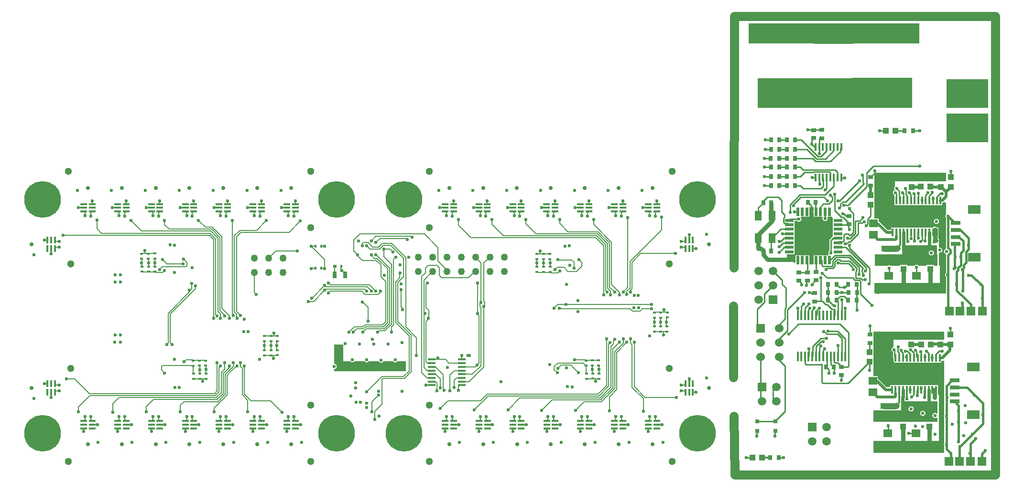
<source format=gtl>
G04*
G04 #@! TF.GenerationSoftware,Altium Limited,Altium Designer,18.1.9 (240)*
G04*
G04 Layer_Physical_Order=1*
G04 Layer_Color=255*
%FSLAX44Y44*%
%MOMM*%
G71*
G01*
G75*
%ADD10R,0.8000X0.9000*%
%ADD11R,2.2000X1.6000*%
%ADD12R,1.8000X0.7000*%
%ADD13R,1.5000X0.5500*%
%ADD14R,0.5500X1.5000*%
%ADD15R,1.5240X1.5240*%
%ADD16R,0.7000X0.9000*%
%ADD17R,7.0000X1.5000*%
%ADD18R,0.3500X1.4000*%
%ADD19R,0.9000X0.7000*%
%ADD20R,1.0000X1.1000*%
%ADD21R,1.5000X1.4000*%
%ADD22R,1.1000X1.0000*%
%ADD23R,5.5118X2.9972*%
%ADD24R,0.3556X1.4224*%
%ADD25R,0.9000X0.8000*%
%ADD26R,0.7000X0.7500*%
%ADD27R,1.2000X1.8000*%
%ADD28R,0.4318X1.6510*%
%ADD29C,0.3000*%
%ADD30C,0.4000*%
%ADD31C,0.5080*%
%ADD32C,0.7620*%
%ADD33C,0.6000*%
%ADD34C,0.1524*%
%ADD35C,0.2540*%
%ADD36C,0.2000*%
%ADD37C,0.8000*%
%ADD38C,0.5000*%
%ADD39C,1.1000*%
%ADD40R,0.4500X0.6000*%
%ADD41R,1.4000X0.3500*%
%ADD42R,0.6000X0.4000*%
%ADD43R,0.8000X1.3000*%
%ADD44R,0.3500X1.2000*%
%ADD45R,1.2000X0.3500*%
%ADD46C,1.6000*%
%ADD47R,1.5000X1.5000*%
%ADD48C,1.5000*%
%ADD49C,1.5240*%
%ADD50R,1.5240X1.5240*%
%ADD51C,1.9500*%
%ADD52C,0.6000*%
%ADD53C,0.7000*%
%ADD54C,1.2700*%
%ADD55C,1.3000*%
%ADD56C,6.5000*%
G36*
X1861310Y1012770D02*
X1759710Y1012770D01*
Y1013460D01*
X1659380Y1013460D01*
Y1013460D01*
X1559050Y1013460D01*
X1559050Y1049020D01*
X1660650Y1049020D01*
Y1049020D01*
X1760980Y1049020D01*
Y1049020D01*
X1861310Y1049020D01*
X1861310Y1012770D01*
D02*
G37*
G36*
X1848590Y899160D02*
X1743200Y899160D01*
Y899160D01*
X1642870Y899160D01*
Y899160D01*
X1575050Y899160D01*
X1575050Y951570D01*
X1648690Y951570D01*
Y951230D01*
X1743200Y951230D01*
Y951770D01*
X1848590Y951770D01*
X1848590Y899160D01*
D02*
G37*
G36*
X1983210D02*
X1909570Y899160D01*
Y949960D01*
X1983210Y949960D01*
Y899160D01*
D02*
G37*
G36*
Y838200D02*
X1909570Y838200D01*
Y889000D01*
X1983210Y889000D01*
Y838200D01*
D02*
G37*
G36*
X1674116Y716037D02*
X1673778Y714335D01*
X1674116Y712632D01*
Y705311D01*
X1689427D01*
X1690128Y704077D01*
X1690122Y704041D01*
X1689778Y702310D01*
X1690129Y700545D01*
X1691129Y699048D01*
X1692625Y698048D01*
X1694390Y697697D01*
X1696156Y698048D01*
X1697652Y699048D01*
X1698652Y700545D01*
X1699003Y702310D01*
X1698659Y704041D01*
X1698653Y704077D01*
X1699354Y705311D01*
X1706664D01*
X1706664Y705311D01*
Y705311D01*
X1707519Y704460D01*
X1708366Y703609D01*
Y670113D01*
X1707630Y669967D01*
X1706706Y669349D01*
X1703086Y665729D01*
X1702468Y664805D01*
X1702251Y663715D01*
X1702251Y663714D01*
Y644887D01*
X1701838Y644612D01*
X1700838Y643115D01*
X1700487Y641350D01*
X1700838Y639585D01*
X1701477Y638629D01*
X1700819Y637359D01*
X1674116D01*
Y621139D01*
X1666664D01*
Y637359D01*
X1642116D01*
Y625086D01*
X1642075Y624880D01*
X1642063Y624834D01*
X1641449Y624128D01*
X1641101Y623884D01*
X1632490Y627032D01*
X1626601Y632921D01*
Y639061D01*
X1629688D01*
X1631390Y638722D01*
X1633093Y639061D01*
X1640414D01*
Y698251D01*
X1644429D01*
X1644704Y697838D01*
X1646201Y696838D01*
X1647966Y696487D01*
X1649731Y696838D01*
X1651228Y697838D01*
X1652228Y699335D01*
X1652579Y701100D01*
X1652228Y702865D01*
X1651442Y704041D01*
X1651846Y705117D01*
X1652005Y705311D01*
X1666664D01*
Y722740D01*
X1674116D01*
Y716037D01*
D02*
G37*
G36*
X1909021Y768350D02*
X1818464Y768350D01*
Y759054D01*
X1818107Y758816D01*
X1817107Y757319D01*
X1816756Y755554D01*
X1817107Y753789D01*
X1817347Y753430D01*
X1816906Y751804D01*
X1816138Y751292D01*
X1815139Y749795D01*
X1814787Y748030D01*
X1815139Y746265D01*
X1816138Y744768D01*
X1816911Y744252D01*
X1817448Y743204D01*
Y725932D01*
X1902030D01*
Y730424D01*
X1902458D01*
X1904044Y730740D01*
X1904180Y730831D01*
X1907751Y730874D01*
X1909021Y729775D01*
Y709831D01*
X1908848Y709715D01*
X1907849Y708219D01*
X1907497Y706454D01*
X1907849Y704688D01*
X1908517Y703688D01*
Y650576D01*
X1908706Y649626D01*
X1908157Y648435D01*
X1907946Y648180D01*
X1907805Y648151D01*
X1906308Y647152D01*
X1905309Y645655D01*
X1904957Y643890D01*
X1905309Y642125D01*
X1906308Y640628D01*
X1907805Y639628D01*
X1907946Y639600D01*
X1908157Y639345D01*
X1908706Y638154D01*
X1908517Y637204D01*
Y605385D01*
X1908515Y605384D01*
X1907515Y603887D01*
X1907164Y602122D01*
X1907515Y600357D01*
X1908515Y598861D01*
X1908517Y598859D01*
Y569000D01*
X1782262Y569000D01*
X1782262Y588010D01*
X1898140Y588010D01*
X1898140Y618245D01*
X1897274D01*
X1896267Y618880D01*
Y641069D01*
X1897249Y641875D01*
X1897537Y641817D01*
X1899303Y642169D01*
X1900799Y643168D01*
X1901799Y644665D01*
X1902150Y646430D01*
X1901799Y648195D01*
X1900799Y649692D01*
X1899303Y650692D01*
X1897537Y651043D01*
X1897249Y650985D01*
X1896267Y651791D01*
Y666496D01*
X1894944D01*
X1894689Y666878D01*
Y669036D01*
X1895680D01*
Y686308D01*
X1893119D01*
X1893096Y686344D01*
X1891331Y687522D01*
X1889250Y687936D01*
X1887169Y687522D01*
X1885404Y686344D01*
X1885381Y686308D01*
X1811098D01*
Y681775D01*
X1805431D01*
X1791045Y696161D01*
X1789714Y697051D01*
X1789388Y697115D01*
Y702171D01*
X1782262D01*
X1782262Y783630D01*
X1909021Y783630D01*
Y768350D01*
D02*
G37*
G36*
X1890520Y655014D02*
X1891999D01*
X1892078Y655030D01*
X1893060Y654224D01*
Y647110D01*
X1892925Y646430D01*
X1893060Y645750D01*
Y639677D01*
X1892193Y638810D01*
X1893727D01*
Y618880D01*
X1892458Y618879D01*
X1887218D01*
Y619944D01*
X1874170D01*
Y618879D01*
X1860047Y618879D01*
X1859825Y619212D01*
X1858329Y620212D01*
X1856564Y620563D01*
X1854798Y620212D01*
X1853302Y619212D01*
X1853080Y618879D01*
X1840348D01*
Y619944D01*
X1827300D01*
Y618879D01*
X1810162Y618879D01*
X1810069Y618942D01*
X1808304Y619293D01*
X1806539Y618942D01*
X1806445Y618879D01*
X1783024D01*
X1783024Y638810D01*
X1865009Y638810D01*
X1836244Y638843D01*
X1836244Y655320D01*
X1888984D01*
X1890520Y655014D01*
D02*
G37*
G36*
X840288Y478785D02*
X841000Y477720D01*
Y449000D01*
X853646D01*
X853988Y448488D01*
X855485Y447489D01*
X857250Y447137D01*
X859015Y447489D01*
X860512Y448488D01*
X860854Y449000D01*
X878980D01*
X879388Y448388D01*
X880885Y447388D01*
X882650Y447037D01*
X884415Y447388D01*
X885912Y448388D01*
X886320Y449000D01*
X903893D01*
X904737Y447738D01*
X906233Y446738D01*
X907998Y446387D01*
X909763Y446738D01*
X911260Y447738D01*
X912103Y449000D01*
X929646D01*
X930188Y448188D01*
X931685Y447188D01*
X933450Y446837D01*
X935215Y447188D01*
X936712Y448188D01*
X937254Y449000D01*
X952000D01*
Y431000D01*
X825000D01*
Y435387D01*
X826765Y435738D01*
X828262Y436738D01*
X829261Y438235D01*
X829613Y440000D01*
X829261Y441765D01*
X828262Y443262D01*
X826765Y444262D01*
X825000Y444613D01*
Y479000D01*
X840246D01*
X840288Y478785D01*
D02*
G37*
G36*
X1893394Y361950D02*
X1893394D01*
Y356800D01*
X1892124Y356267D01*
X1891015Y357007D01*
X1889250Y357359D01*
X1887485Y357007D01*
X1885988Y356008D01*
X1884989Y354511D01*
X1884637Y352746D01*
X1884989Y350981D01*
X1885988Y349484D01*
X1887485Y348484D01*
X1889250Y348133D01*
X1891015Y348484D01*
X1892124Y349225D01*
X1893394Y348693D01*
Y342020D01*
X1892124Y342020D01*
X1780030D01*
X1780030Y361950D01*
X1834974Y361950D01*
X1834974Y378460D01*
X1837279D01*
X1837955Y378008D01*
X1839720Y377657D01*
X1841485Y378008D01*
X1842161Y378460D01*
X1852610D01*
X1874344Y378460D01*
Y378460D01*
X1893394D01*
X1893394Y361950D01*
D02*
G37*
G36*
X1905760Y487680D02*
X1815924Y487680D01*
Y474326D01*
X1815095Y474161D01*
X1813598Y473162D01*
X1812599Y471665D01*
X1812247Y469900D01*
X1812599Y468135D01*
X1813598Y466638D01*
X1814853Y465800D01*
Y456946D01*
X1814853Y456946D01*
X1815070Y455856D01*
X1815687Y454932D01*
X1815924Y454695D01*
Y449115D01*
X1815924D01*
X1816178Y448865D01*
Y446532D01*
X1900760D01*
Y450150D01*
X1904857Y450200D01*
X1905760Y449308D01*
X1905760Y444500D01*
X1905760D01*
X1905760Y408940D01*
X1905760D01*
X1905760Y354231D01*
X1905309Y353555D01*
X1904957Y351790D01*
X1905309Y350025D01*
X1905760Y349349D01*
X1905760Y303431D01*
X1905309Y302755D01*
X1904957Y300990D01*
X1905309Y299225D01*
X1905760Y298549D01*
Y287020D01*
X1780030Y287020D01*
X1780030Y307975D01*
X1895934Y307975D01*
X1895934Y342020D01*
X1895934D01*
X1895934Y342020D01*
Y389636D01*
X1895680D01*
X1894410Y389636D01*
Y406908D01*
X1809828D01*
Y403860D01*
X1802676Y403860D01*
X1789775Y416761D01*
X1788444Y417651D01*
X1788118Y417715D01*
Y422771D01*
X1780030D01*
Y441422D01*
X1780204D01*
Y455470D01*
X1780030D01*
Y458422D01*
X1780204D01*
Y472470D01*
X1780030D01*
Y476426D01*
X1780038D01*
Y486474D01*
X1780030D01*
Y501650D01*
X1905760Y501650D01*
Y487680D01*
D02*
G37*
%LPC*%
G36*
X1891790Y701843D02*
X1890025Y701491D01*
X1888528Y700492D01*
X1887529Y698995D01*
X1887177Y697230D01*
X1887529Y695465D01*
X1888528Y693968D01*
X1890025Y692969D01*
X1891790Y692617D01*
X1893555Y692969D01*
X1895052Y693968D01*
X1896051Y695465D01*
X1896403Y697230D01*
X1896051Y698995D01*
X1895052Y700492D01*
X1893555Y701491D01*
X1891790Y701843D01*
D02*
G37*
G36*
X1882900Y645981D02*
X1881135Y645630D01*
X1879638Y644630D01*
X1878638Y643133D01*
X1878287Y641368D01*
X1878547Y640065D01*
X1877776Y638810D01*
X1879168D01*
X1879638Y638106D01*
X1881135Y637107D01*
X1882900Y636755D01*
X1884665Y637107D01*
X1886162Y638106D01*
X1886632Y638810D01*
X1888009D01*
X1887251Y640055D01*
X1887513Y641368D01*
X1887162Y643133D01*
X1886162Y644630D01*
X1884665Y645630D01*
X1882900Y645981D01*
D02*
G37*
G36*
X1846912Y369103D02*
X1845146Y368751D01*
X1843650Y367752D01*
X1842650Y366255D01*
X1842299Y364490D01*
X1842650Y362725D01*
X1843159Y361964D01*
X1843151Y361950D01*
X1843168D01*
X1843650Y361228D01*
X1845146Y360229D01*
X1846912Y359877D01*
X1848677Y360229D01*
X1850173Y361228D01*
X1850656Y361950D01*
X1850662D01*
X1850659Y361955D01*
X1851173Y362725D01*
X1851524Y364490D01*
X1851173Y366255D01*
X1850173Y367752D01*
X1848677Y368751D01*
X1846912Y369103D01*
D02*
G37*
G36*
X1867660Y361309D02*
X1865895Y360957D01*
X1865480Y360680D01*
X1864398Y359958D01*
X1863398Y358461D01*
X1863047Y356696D01*
X1863398Y354931D01*
X1864398Y353434D01*
X1865895Y352435D01*
X1867660Y352083D01*
X1869425Y352435D01*
X1870922Y353434D01*
X1871922Y354931D01*
X1872273Y356696D01*
X1871922Y358461D01*
X1870922Y359958D01*
X1869840Y360680D01*
X1869425Y360957D01*
X1867660Y361309D01*
D02*
G37*
%LPD*%
D10*
X1677810Y731520D02*
D03*
X1663810D02*
D03*
X1585070Y645160D02*
D03*
X1599070D02*
D03*
Y730250D02*
D03*
X1585070D02*
D03*
X1696283Y439090D02*
D03*
X1710282D02*
D03*
D11*
X1958572Y718090D02*
D03*
Y633590D02*
D03*
X1957302Y438690D02*
D03*
Y354190D02*
D03*
D12*
X1925572Y669590D02*
D03*
Y657090D02*
D03*
Y682090D02*
D03*
Y694590D02*
D03*
X1924302Y390190D02*
D03*
Y377690D02*
D03*
Y402690D02*
D03*
Y415190D02*
D03*
D13*
X1717390Y699335D02*
D03*
Y691335D02*
D03*
Y683335D02*
D03*
Y675335D02*
D03*
Y667335D02*
D03*
Y659335D02*
D03*
Y651335D02*
D03*
Y643335D02*
D03*
X1631390D02*
D03*
Y651335D02*
D03*
Y659335D02*
D03*
Y667335D02*
D03*
Y675335D02*
D03*
Y683335D02*
D03*
Y691335D02*
D03*
Y699335D02*
D03*
D14*
X1702390Y628335D02*
D03*
X1694390D02*
D03*
X1686390D02*
D03*
X1678390D02*
D03*
X1670390D02*
D03*
X1662390D02*
D03*
X1654390D02*
D03*
X1646390D02*
D03*
Y714335D02*
D03*
X1654390D02*
D03*
X1662390D02*
D03*
X1670390D02*
D03*
X1678390D02*
D03*
X1686390D02*
D03*
X1694390D02*
D03*
X1702390D02*
D03*
D15*
X1914650Y538480D02*
D03*
X1913714Y271780D02*
D03*
X1933700Y538480D02*
D03*
X1952750D02*
D03*
X1973070D02*
D03*
X1972134Y271780D02*
D03*
X1951814D02*
D03*
X1932764D02*
D03*
D16*
X1613660Y842010D02*
D03*
X1598660D02*
D03*
X1613661Y825352D02*
D03*
X1598661D02*
D03*
X1613540Y808990D02*
D03*
X1598540D02*
D03*
X1626600Y842010D02*
D03*
X1641600D02*
D03*
X1626601Y825352D02*
D03*
X1641601D02*
D03*
X1626600Y808990D02*
D03*
X1641600D02*
D03*
X1613660Y777240D02*
D03*
X1598660D02*
D03*
X1613661Y793902D02*
D03*
X1598661D02*
D03*
X1598660Y760730D02*
D03*
X1613660D02*
D03*
X1626600Y777240D02*
D03*
X1641600D02*
D03*
X1715140Y557530D02*
D03*
X1700140D02*
D03*
X1735700Y557530D02*
D03*
X1750700D02*
D03*
X1736011Y571500D02*
D03*
X1751011D02*
D03*
X1735700Y585470D02*
D03*
X1750700D02*
D03*
X1626600Y760730D02*
D03*
X1641600D02*
D03*
X1597448Y278130D02*
D03*
X1612448D02*
D03*
X1626600Y793750D02*
D03*
X1641600D02*
D03*
X1715140Y585470D02*
D03*
X1700140D02*
D03*
X1715140Y571500D02*
D03*
X1700140D02*
D03*
X1850094Y858444D02*
D03*
X1835094D02*
D03*
D17*
X1611030Y943270D02*
D03*
Y1021270D02*
D03*
X1809150Y943270D02*
D03*
Y1021270D02*
D03*
X1710090Y942000D02*
D03*
Y1020000D02*
D03*
D18*
X1723283Y829190D02*
D03*
X1716783D02*
D03*
X1710282D02*
D03*
X1703783D02*
D03*
X1697283D02*
D03*
X1690782D02*
D03*
X1684283D02*
D03*
X1677782D02*
D03*
X1723283Y775190D02*
D03*
X1716783D02*
D03*
X1710282D02*
D03*
X1703783D02*
D03*
X1697283D02*
D03*
X1690782D02*
D03*
X1684283D02*
D03*
X1677782D02*
D03*
D19*
X1736895Y691762D02*
D03*
Y706762D02*
D03*
X1688590Y844670D02*
D03*
Y859670D02*
D03*
X1775284Y760850D02*
D03*
Y775850D02*
D03*
X1774014Y481450D02*
D03*
Y496450D02*
D03*
X1675890Y570110D02*
D03*
Y555110D02*
D03*
X1647995Y607082D02*
D03*
Y592082D02*
D03*
X1723283Y424300D02*
D03*
Y439300D02*
D03*
D20*
X1833824Y629920D02*
D03*
Y612920D02*
D03*
X1899744Y758580D02*
D03*
Y775580D02*
D03*
X1880694Y629920D02*
D03*
Y612920D02*
D03*
X1799414Y631580D02*
D03*
Y648580D02*
D03*
X1816124Y631580D02*
D03*
Y648580D02*
D03*
X1847674Y775190D02*
D03*
Y758190D02*
D03*
X1917524Y775580D02*
D03*
Y758580D02*
D03*
X1774950Y743873D02*
D03*
Y726872D02*
D03*
X1773680Y465446D02*
D03*
Y448446D02*
D03*
X1916254Y496180D02*
D03*
Y479180D02*
D03*
X1846850Y496180D02*
D03*
Y479180D02*
D03*
X1832554Y333520D02*
D03*
Y350520D02*
D03*
X1798144Y369180D02*
D03*
Y352180D02*
D03*
X1814854Y369180D02*
D03*
Y352180D02*
D03*
X1898561Y496180D02*
D03*
Y479180D02*
D03*
X1879424Y333520D02*
D03*
Y350520D02*
D03*
D21*
X1780364Y673647D02*
D03*
Y693647D02*
D03*
X1807034Y580550D02*
D03*
Y600550D02*
D03*
X1856564Y580550D02*
D03*
Y600550D02*
D03*
X1779094Y414247D02*
D03*
Y394247D02*
D03*
X1805764Y321150D02*
D03*
Y301150D02*
D03*
X1855294Y321150D02*
D03*
Y301150D02*
D03*
D22*
X1864320Y759460D02*
D03*
X1881320D02*
D03*
X1864451Y479187D02*
D03*
X1881451D02*
D03*
X1582790Y278130D02*
D03*
X1565790D02*
D03*
X1802344Y858520D02*
D03*
X1819344D02*
D03*
D23*
X1856564Y706120D02*
D03*
X1855294Y426720D02*
D03*
D24*
X1814400Y734568D02*
D03*
X1820750D02*
D03*
X1827354D02*
D03*
X1833704D02*
D03*
X1840308D02*
D03*
X1846912D02*
D03*
X1853262D02*
D03*
X1859866D02*
D03*
X1866216D02*
D03*
X1872820D02*
D03*
X1879424D02*
D03*
X1885774D02*
D03*
X1892378D02*
D03*
X1898728D02*
D03*
Y677672D02*
D03*
X1892378D02*
D03*
X1885774D02*
D03*
X1879424D02*
D03*
X1872820D02*
D03*
X1866216D02*
D03*
X1859866D02*
D03*
X1853262D02*
D03*
X1846912D02*
D03*
X1840308D02*
D03*
X1833704D02*
D03*
X1827354D02*
D03*
X1820750D02*
D03*
X1814400D02*
D03*
X1813130Y398272D02*
D03*
X1819480D02*
D03*
X1826084D02*
D03*
X1832434D02*
D03*
X1839038D02*
D03*
X1845642D02*
D03*
X1851992D02*
D03*
X1858596D02*
D03*
X1864946D02*
D03*
X1871550D02*
D03*
X1878154D02*
D03*
X1884504D02*
D03*
X1891108D02*
D03*
X1897458D02*
D03*
Y455168D02*
D03*
X1891108D02*
D03*
X1884504D02*
D03*
X1878154D02*
D03*
X1871550D02*
D03*
X1864946D02*
D03*
X1858596D02*
D03*
X1851992D02*
D03*
X1845642D02*
D03*
X1839038D02*
D03*
X1832434D02*
D03*
X1826084D02*
D03*
X1819480D02*
D03*
X1813130D02*
D03*
D25*
X1663235Y592582D02*
D03*
Y606582D02*
D03*
X1678390Y607202D02*
D03*
Y593202D02*
D03*
X1674620Y845170D02*
D03*
Y859170D02*
D03*
D26*
X1574800Y325760D02*
D03*
X1606800D02*
D03*
Y342260D02*
D03*
X1574800D02*
D03*
D27*
X1576305Y707832D02*
D03*
Y667832D02*
D03*
X1600305D02*
D03*
Y707832D02*
D03*
D28*
X1645975Y530352D02*
D03*
X1652325D02*
D03*
X1658929D02*
D03*
X1665279D02*
D03*
X1671883D02*
D03*
X1678487D02*
D03*
X1684837D02*
D03*
X1691441D02*
D03*
X1697791D02*
D03*
X1704395D02*
D03*
X1710999D02*
D03*
X1717349D02*
D03*
X1723953D02*
D03*
X1730303D02*
D03*
Y457708D02*
D03*
X1723953D02*
D03*
X1717349D02*
D03*
X1710999D02*
D03*
X1704395D02*
D03*
X1697791D02*
D03*
X1691441D02*
D03*
X1684837D02*
D03*
X1678487D02*
D03*
X1671883D02*
D03*
X1665279D02*
D03*
X1658929D02*
D03*
X1652325D02*
D03*
X1645975D02*
D03*
D29*
X1840308Y661670D02*
Y677672D01*
X1860040Y668020D02*
Y675390D01*
X1859286Y676144D01*
X1839038Y382270D02*
Y398272D01*
X1858016Y388037D02*
Y397520D01*
X1822274Y650240D02*
X1827354Y655320D01*
Y677672D01*
X1852874Y664941D02*
Y677284D01*
X1853262Y677672D01*
X1597448Y278130D02*
X1582790D01*
X1826084Y375920D02*
Y398272D01*
X1821004Y370840D02*
X1826084Y375920D01*
D30*
X1912110Y538480D02*
Y637204D01*
X1916094Y646592D02*
X1912110Y650576D01*
Y706454D01*
Y637204D02*
X1916094Y641188D01*
Y646592D01*
X1934739Y635000D02*
Y641552D01*
Y619435D02*
Y635000D01*
X1940263Y614893D02*
Y620345D01*
X1937510Y612140D02*
X1940263Y614893D01*
Y620345D02*
X1944048Y624130D01*
X1948940Y655320D02*
Y667297D01*
Y647942D02*
Y655320D01*
X1924302Y655820D02*
X1925572Y657090D01*
X1924302Y617351D02*
Y655820D01*
X1924572Y617081D02*
X1924302Y617351D01*
X1970530Y585470D02*
X1954020Y601980D01*
X1973070Y582930D02*
X1970530Y585470D01*
X1973070Y561340D02*
Y582930D01*
Y538480D02*
Y561340D01*
X1948940Y667297D02*
X1934147Y682090D01*
X1944048Y643050D02*
X1948940Y647942D01*
X1944048Y624130D02*
Y643050D01*
X1951814Y271780D02*
Y302594D01*
X1974340Y374650D02*
X1946300Y402690D01*
X1933065Y297295D02*
X1974340Y338570D01*
X1909570Y351790D02*
Y405442D01*
Y300990D02*
Y351790D01*
X1931160Y360670D02*
Y370832D01*
Y341630D02*
Y360670D01*
Y306070D02*
Y341630D01*
X1974340Y354320D02*
Y374650D01*
Y338570D02*
Y354320D01*
X1909570Y293370D02*
Y300990D01*
X1951814Y302594D02*
X1961005Y311785D01*
X1932430Y296660D02*
X1933065Y297295D01*
X1931160Y370832D02*
X1924302Y377690D01*
X1972134Y284814D02*
X1978150Y290830D01*
X1972134Y271780D02*
Y284814D01*
X1946300Y402690D02*
X1924302D01*
X1932430Y272114D02*
Y296660D01*
X1932764Y271780D02*
X1932430Y272114D01*
X1917190Y285750D02*
X1909570Y293370D01*
X1924302Y415190D02*
X1919318D01*
X1909570Y405442D02*
X1919318Y415190D01*
X1913714Y271780D02*
X1917190Y275256D01*
Y285750D01*
X1923974Y694590D02*
X1912110Y706454D01*
X1932130Y669590D02*
X1925572D01*
X1939034Y662686D02*
X1932130Y669590D01*
X1939034Y645848D02*
Y662686D01*
X1934739Y641552D02*
X1939034Y645848D01*
X1930096Y614793D02*
X1934739Y619435D01*
X1929215Y657090D02*
X1925572D01*
X1923540Y613984D02*
X1924572Y615016D01*
X1930096Y610740D02*
Y614793D01*
X1927350Y607994D02*
X1930096Y610740D01*
X1927350Y585470D02*
Y607994D01*
X1923540Y613410D02*
Y613984D01*
X1938780Y574040D02*
Y610870D01*
X1937510Y612140D01*
X1927350Y574736D02*
Y585470D01*
X1935110Y566976D02*
X1927350Y574736D01*
X1924572Y615016D02*
Y617081D01*
X1925572Y682090D02*
X1924302D01*
X1934147D02*
X1925572D01*
X1954020Y601980D02*
X1948940D01*
X1925572Y657090D02*
X1924302D01*
X1935684Y566976D02*
X1935110D01*
X1952750Y549910D02*
X1935684Y566976D01*
X1952750Y538480D02*
Y549910D01*
X1933700Y538480D02*
X1937510Y542290D01*
Y552450D01*
X1925572Y694590D02*
X1923974D01*
X1870630Y384810D02*
Y397352D01*
D31*
X1864784Y758190D02*
X1847674D01*
X1899744Y758580D02*
X1882200D01*
X1900120D02*
X1899744D01*
X1908629Y750070D02*
X1900120Y758580D01*
X1909014Y750070D02*
X1908629D01*
X1909014D02*
X1917524Y758580D01*
X1902712Y479298D02*
X1881022D01*
X1902458Y455168D02*
X1915920Y468630D01*
Y478847D01*
X1916254Y479180D01*
X1909014Y741124D02*
Y750070D01*
X1902458Y734568D02*
X1909014Y741124D01*
X1862116Y479014D02*
X1845929D01*
X1902458Y455168D02*
X1897458D01*
X1902830Y479180D02*
X1902712Y479298D01*
X1902830Y479180D02*
X1898561D01*
X1916254D02*
X1902830D01*
X1845467Y478552D02*
X1845929Y479014D01*
X1862578Y478552D02*
X1862116Y479014D01*
X1898561Y479180D02*
X1898474D01*
X1880514Y478790D02*
X1881022Y479298D01*
X1902458Y734568D02*
X1898728D01*
X1774950Y743873D02*
Y760517D01*
X1775284Y760850D01*
D32*
X1889250Y663202D02*
Y682498D01*
X1890729Y663202D02*
X1889250D01*
D33*
X1832196Y370840D02*
Y385387D01*
Y359258D02*
Y370840D01*
X1832434Y359020D02*
X1832196Y359258D01*
X1832434Y385624D02*
Y398272D01*
X1832196Y385387D02*
X1832434Y385624D01*
X1833704Y638420D02*
Y677672D01*
X1879424Y651335D02*
Y677672D01*
X1833824Y629920D02*
X1833704Y630040D01*
X1878154Y359020D02*
Y398272D01*
X1832554Y350520D02*
X1832434Y350640D01*
D34*
X1858016Y397520D02*
X1857930Y397606D01*
X1847118Y677342D02*
X1846850Y677610D01*
Y666929D02*
Y677074D01*
X1847118Y677342D01*
X1839720Y382270D02*
X1839038D01*
X1839038Y382270D01*
X1841324Y661670D02*
X1840308D01*
X1846850Y677610D02*
X1846912Y677672D01*
X1870630Y397352D02*
X1871550Y398272D01*
X1857930Y397606D02*
X1858596Y398272D01*
D35*
X1957830Y271780D02*
Y271921D01*
X1767990Y758850D02*
Y783554D01*
X1702560Y712713D02*
Y716280D01*
Y712713D02*
X1701664Y713609D01*
X1678390Y714335D02*
X1677884D01*
X1677810Y714409D01*
X1885774Y737822D02*
X1886076Y738124D01*
X1901950Y746760D02*
X1900618D01*
X1884187Y747873D02*
Y748666D01*
X1892467Y741149D02*
X1899348Y748030D01*
X1900618Y746760D02*
X1899348Y748030D01*
X1871470Y457200D02*
Y461566D01*
X1856564Y467026D02*
X1854960Y468630D01*
X1851992Y463249D02*
X1846126Y469115D01*
X1840254Y467360D02*
X1837180D01*
X1829560Y466693D02*
Y468630D01*
X1823766Y474266D02*
X1824480Y474980D01*
X1823766Y466230D02*
Y474266D01*
X1826084Y463912D02*
X1823766Y466230D01*
X1826084Y455168D02*
Y463912D01*
X1817702Y469058D02*
X1816860Y469900D01*
X1891108Y455168D02*
Y461659D01*
X1897382Y467934D01*
X1878154Y463070D02*
X1873864Y467360D01*
X1901950D02*
X1897956D01*
X1878154Y455168D02*
Y463070D01*
X1897956Y467360D02*
X1897382Y467934D01*
X1856564Y457200D02*
Y467026D01*
X1864257Y466090D02*
X1864946Y466778D01*
X1851992Y455168D02*
Y463249D01*
X1843726Y463321D02*
X1840332Y466715D01*
X1844293Y463321D02*
X1843726D01*
X1845642Y461972D02*
X1844293Y463321D01*
X1845642Y455168D02*
Y461972D01*
X1864946Y455168D02*
Y466778D01*
X1840332Y467281D02*
X1840254Y467360D01*
X1840332Y466715D02*
Y467281D01*
X1871550Y455168D02*
Y461566D01*
X1871470D01*
X1858596Y455168D02*
X1856564Y457200D01*
X1688846Y619677D02*
Y628335D01*
X1838736Y456074D02*
Y456685D01*
X1832434Y463819D02*
X1829560Y466693D01*
X1832434Y455168D02*
Y463819D01*
X1720247Y623570D02*
X1717800D01*
X1721009Y622808D02*
X1720247Y623570D01*
X1736249Y622808D02*
X1721009D01*
X1742740Y616317D02*
X1736249Y622808D01*
X1742740Y613870D02*
Y616317D01*
X1749048Y605862D02*
Y608524D01*
X1748836Y605650D02*
X1749048Y605862D01*
X1748836Y600850D02*
Y605650D01*
X1749048Y600638D02*
X1748836Y600850D01*
X1749048Y596828D02*
Y600638D01*
Y608524D02*
X1750264Y609740D01*
X1737932Y626872D02*
X1722692D01*
X1750264Y614540D02*
X1737932Y626872D01*
X1737123Y633428D02*
X1713717D01*
X1754630Y615921D02*
X1737123Y633428D01*
X1738807Y637492D02*
X1712033D01*
X1761926Y614373D02*
X1738807Y637492D01*
X1760266Y612000D02*
X1761926Y613660D01*
X1760266Y607200D02*
Y612000D01*
X1761536Y605930D02*
X1760266Y607200D01*
X1767330Y610870D02*
Y614716D01*
X1766060Y609600D02*
X1767330Y610870D01*
X1730750Y651296D02*
X1717429D01*
X1767330Y614716D02*
X1730750Y651296D01*
X1737730Y650063D02*
Y654930D01*
X1773124Y614669D02*
X1737730Y650063D01*
X1773124Y587454D02*
Y614669D01*
X1772410Y586740D02*
X1773124Y587454D01*
X1761926Y613660D02*
Y614373D01*
X1761536Y602694D02*
Y605930D01*
X1767990Y783554D02*
X1779917Y795481D01*
X1862580D02*
X1779917D01*
X1775284Y775850D02*
X1782570Y783137D01*
Y787400D01*
X1717800Y458159D02*
X1717349Y458610D01*
X1677810Y714409D02*
Y731520D01*
X1731556Y706762D02*
X1727646Y710673D01*
X1711450Y717069D02*
Y745490D01*
X1723640Y704879D02*
X1711450Y717069D01*
X1726048Y704879D02*
X1723640D01*
X1727646Y710673D02*
X1726040D01*
X1736895Y694031D02*
X1726048Y704879D01*
X1720340Y721360D02*
X1722166Y723186D01*
X1701664Y713609D02*
X1702390Y714335D01*
X1694450Y744426D02*
X1650122D01*
X1692820Y740202D02*
X1651645D01*
X1694450Y744426D02*
X1710282Y760259D01*
X1694665Y752835D02*
X1697283Y755452D01*
X1687320Y755650D02*
X1655772D01*
X1687320D02*
X1691451Y759781D01*
Y774522D01*
X1698962Y734060D02*
X1692820Y740202D01*
X1691451Y774522D02*
X1690782Y775190D01*
X1670390Y724940D02*
X1663810Y731520D01*
X1670390Y714335D02*
Y724940D01*
X1639060Y727617D02*
X1651645Y740202D01*
X1639060Y725170D02*
Y727617D01*
X1672080Y586892D02*
X1678390Y593202D01*
X1672080Y584276D02*
Y586892D01*
X1864257Y661597D02*
Y661744D01*
X1866106Y663592D01*
X1914650Y538480D02*
X1912110D01*
X1607310Y483174D02*
X1627630Y503494D01*
X1607310Y482600D02*
Y483174D01*
X1774950Y706684D02*
Y726872D01*
X1770070Y701804D02*
X1774950Y706684D01*
X1770070Y692017D02*
Y701804D01*
X1767496Y689444D02*
X1770070Y692017D01*
X1764085Y696673D02*
X1762360D01*
X1738120Y683260D02*
X1736467Y684913D01*
Y691335D01*
X1734310Y667106D02*
Y668020D01*
X1727684Y673021D02*
X1729828Y675165D01*
X1727684Y662468D02*
Y673021D01*
X1727007Y661791D02*
X1727684Y662468D01*
X1727007Y661791D02*
X1719846D01*
X1756126Y698500D02*
X1761823Y704197D01*
X1738120Y718268D02*
Y720090D01*
X1735580Y726440D02*
X1727960D01*
X1735580D02*
X1767990Y758850D01*
X1731214Y732234D02*
X1725560D01*
X1722166Y728840D02*
X1725560Y732234D01*
X1722166Y723186D02*
Y728840D01*
X1720340Y734060D02*
X1717800D01*
X1707386Y740617D02*
X1703783Y744220D01*
X1707386Y734290D02*
Y740617D01*
X1701362Y728266D02*
X1707386Y734290D01*
X1732326Y657720D02*
X1735720Y661114D01*
X1738899D02*
X1735720D01*
X1737730Y654930D02*
X1738120Y655320D01*
X1738899Y661114D02*
X1753360Y675575D01*
X1756126Y698500D02*
X1748253D01*
X1760123Y694436D02*
X1762360Y696673D01*
X1760123Y694436D02*
X1753360D01*
X1732326Y657119D02*
X1730500D01*
X1732326D02*
Y657720D01*
X1753360Y675575D02*
Y694436D01*
X1744189Y677899D02*
Y711420D01*
X1739390Y673100D02*
X1744189Y677899D01*
X1739390Y673100D02*
X1737424D01*
X1735359Y675165D01*
X1729828D01*
X1672910Y857460D02*
X1670580Y859790D01*
X1674620Y859170D02*
X1675120Y859670D01*
X1688590D02*
X1675120D01*
X1851436Y397716D02*
X1851992Y398272D01*
X1851436Y389842D02*
Y397716D01*
X1847674Y386080D02*
X1851436Y389842D01*
X1631390Y667335D02*
X1621686D01*
X1616021Y661670D02*
X1621686Y667335D01*
X1616021Y661670D02*
X1613540D01*
X1631390Y675335D02*
X1619705D01*
X1646390Y714335D02*
X1640330D01*
X1647966Y701100D02*
X1633156D01*
X1632710Y713740D02*
Y727014D01*
X1650122Y744426D01*
X1617470Y714407D02*
Y734568D01*
X1622804Y709073D02*
X1617470Y714407D01*
X1622804Y704950D02*
Y709073D01*
X1621096Y703242D02*
X1622804Y704950D01*
X1621096Y695427D02*
Y703242D01*
X1622733Y693791D02*
X1621096Y695427D01*
X1701362Y728266D02*
X1691686D01*
X1686390Y722970D02*
X1691686Y728266D01*
X1686390Y714335D02*
Y722970D01*
X1602230Y381000D02*
Y406400D01*
X1731214Y732234D02*
X1763520Y764540D01*
X1720340Y734060D02*
X1755900Y769620D01*
X1694390Y702310D02*
Y714335D01*
X1761694Y766366D02*
Y779066D01*
X1763520Y764540D02*
X1761694Y766366D01*
Y779066D02*
X1760980Y779780D01*
X1859516Y734918D02*
Y747229D01*
X1872258Y744138D02*
X1876350Y748230D01*
X1717390Y659335D02*
X1719846Y661791D01*
X1734038Y666834D02*
X1734310Y667106D01*
X1738871Y666834D02*
X1734038D01*
X1702876Y628335D02*
X1712033Y637492D01*
X1707934Y627646D02*
X1713717Y633428D01*
X1711998Y617994D02*
Y625962D01*
X1715400Y629364D01*
X1720200D02*
X1715400D01*
X1722692Y626872D02*
X1720200Y629364D01*
X1730500Y657090D02*
Y657119D01*
X1738871Y666834D02*
X1748253Y676216D01*
Y698500D01*
X1740660Y715728D02*
X1738120Y718268D01*
X1717429Y651296D02*
X1717390Y651335D01*
X1705100Y641350D02*
Y663715D01*
X1791460Y858444D02*
X1791537Y858520D01*
X1802344D02*
X1791537D01*
X1920610Y849296D02*
X1919180Y850726D01*
X1862504Y858444D02*
X1862580Y858520D01*
X1862504Y858444D02*
X1850094D01*
X1835094D02*
X1835017Y858520D01*
X1819344D01*
X1613540Y652780D02*
X1620095Y659335D01*
X1631390D02*
X1620095D01*
X1872258Y735130D02*
Y744138D01*
X1740270Y715338D02*
X1740660Y715728D01*
X1744189Y711420D02*
X1740270Y715338D01*
X1613540Y642620D02*
X1622255Y651335D01*
X1631390D02*
X1622255D01*
X1688846Y628335D02*
X1686390D01*
X1690483Y618041D02*
X1688846Y619677D01*
X1698298Y618041D02*
X1698390Y618133D01*
X1698483Y618041D02*
X1698390Y618133D01*
X1706298Y618041D02*
X1698483D01*
X1698298D02*
X1690483D01*
X1706298D02*
X1707934Y619677D01*
X1696210Y612140D02*
X1698047Y613977D01*
X1707981D02*
X1698047D01*
X1689720Y605234D02*
X1689495D01*
X1687414Y597710D02*
Y598158D01*
X1686726Y598846D01*
X1697914Y597040D02*
X1689720Y605234D01*
X1711450Y530352D02*
Y541576D01*
X1744470Y612140D02*
X1742740Y613870D01*
X1754630Y603250D02*
Y615921D01*
X1750264Y609740D02*
Y614540D01*
X1707934Y619677D02*
Y627646D01*
X1707981Y613977D02*
X1711998Y617994D01*
X1678390Y607202D02*
Y628335D01*
X1744772Y597040D02*
X1697914D01*
X1702876Y628335D02*
X1702390D01*
X1744772Y595357D02*
Y597040D01*
X1747365Y592764D02*
X1744772Y595357D01*
X1755357Y592764D02*
X1747365D01*
X1757305Y590816D02*
X1755357Y592764D01*
X1757305Y568825D02*
Y590816D01*
X1777490Y548640D02*
X1757305Y568825D01*
X1765346Y593646D02*
X1766060Y594360D01*
X1762250Y601980D02*
X1761536Y602694D01*
X1720220Y580390D02*
X1715140Y585470D01*
X1729230Y580390D02*
X1720220D01*
X1686726Y555729D02*
Y598846D01*
X1646680Y624840D02*
X1646390Y625130D01*
Y628335D01*
X1686390Y714335D02*
X1687320Y715264D01*
X1760223Y593646D02*
X1757041Y596828D01*
X1749048D01*
X1765346Y593646D02*
X1760223D01*
X1678390Y607202D02*
X1678390Y607202D01*
X1866106Y664538D02*
X1866724Y665155D01*
X1866106Y663592D02*
Y664538D01*
X1855294Y321150D02*
X1855134Y321310D01*
X1842794D01*
X1805764Y321150D02*
X1806644Y322030D01*
Y335280D01*
X1671883Y530352D02*
Y539957D01*
X1675057Y543131D01*
Y543997D01*
X1679884Y539764D02*
X1681521Y541401D01*
X1682678D02*
X1681521D01*
X1658929Y544379D02*
X1665730Y551180D01*
X1679884Y531749D02*
Y539764D01*
X1665279Y530352D02*
Y541547D01*
X1667292Y543560D01*
X1682678Y541401D02*
X1684837Y543560D01*
X1678487Y530352D02*
X1679884Y531749D01*
X1720721Y515239D02*
X1647569D01*
X1730620Y580390D02*
X1729230D01*
X1724150Y571500D02*
Y571500D01*
X1736011D02*
X1724150D01*
X1728636Y564594D02*
X1721750D01*
X1724150Y530549D02*
Y558800D01*
X1715140Y557984D02*
X1721750Y564594D01*
X1885774Y734568D02*
Y737822D01*
X1893092Y735282D02*
Y740524D01*
X1892378Y734568D02*
X1893092Y735282D01*
X1892467Y741149D02*
Y741149D01*
X1893092Y740524D02*
X1892467Y741149D01*
X1879424Y734568D02*
Y743110D01*
X1710999Y446659D02*
Y457708D01*
X1716530Y446659D02*
X1710999D01*
X1723283Y439906D02*
X1716530Y446659D01*
X1723283Y439300D02*
Y439906D01*
X1630676Y642620D02*
X1631390Y643335D01*
X1627630Y503494D02*
Y541020D01*
X1630170Y497840D02*
X1647569Y515239D01*
X1736011Y499949D02*
X1720721Y515239D01*
X1716530Y502920D02*
X1700020D01*
X1716548Y497126D02*
X1697620D01*
X1697480Y490220D02*
X1687349D01*
X1691130Y483870D02*
X1686746D01*
X1697620Y497126D02*
X1693096Y501650D01*
X1669546Y571500D02*
X1667000D01*
X1661920Y584200D02*
Y588897D01*
X1653030Y584417D02*
Y587047D01*
X1736011Y440690D02*
Y499949D01*
X1734621Y439300D02*
X1736011Y440690D01*
X1734621Y439300D02*
X1723283D01*
X1665279Y457708D02*
X1665730Y458159D01*
Y471170D01*
X1839340Y455470D02*
X1838736Y456074D01*
X1839038Y455168D02*
X1839340Y455470D01*
X1773680Y433070D02*
Y448446D01*
X1735133Y409899D02*
X1773680Y448446D01*
X1735133Y409899D02*
X1690171D01*
X1688515Y411555D01*
Y444500D01*
X1687245Y443230D02*
X1688515Y444500D01*
X1687245Y443230D02*
X1660650D01*
X1711086Y427990D02*
Y437243D01*
X1660650Y443230D02*
X1658929Y444951D01*
Y457708D01*
X1661920Y588897D02*
X1660735Y590082D01*
X1711086Y437243D02*
X1704395Y443935D01*
X1573530Y316230D02*
Y325760D01*
X1643740Y638629D02*
X1644376Y639265D01*
X1631390Y691335D02*
X1628934Y693791D01*
X1622733D01*
X1617470Y734568D02*
X1611628Y740410D01*
X1592070D01*
X1585070Y733410D02*
X1592070Y740410D01*
X1585070Y730250D02*
Y733410D01*
X1599070Y661767D02*
X1600305Y663002D01*
X1599070Y645160D02*
Y661767D01*
X1576305Y707832D02*
Y721485D01*
X1585070Y730250D01*
X1717349Y530352D02*
Y555321D01*
X1711450Y547370D02*
X1710180D01*
X1730500Y530549D02*
Y543560D01*
X1710180Y547370D02*
X1700140Y557410D01*
X1711450Y541576D02*
X1706370D01*
X1672086Y568960D02*
X1674563Y571437D01*
X1675890Y570110D02*
X1674563Y571437D01*
X1627630Y541020D02*
X1658110Y571500D01*
X1625090Y579245D02*
X1618556Y585778D01*
X1625090Y544227D02*
Y579245D01*
X1618556Y585778D02*
Y593026D01*
X1723953Y489721D02*
X1716548Y497126D01*
X1730303Y489147D02*
X1716530Y502920D01*
X1691441Y468744D02*
X1693670Y470973D01*
X1684837Y473767D02*
X1687320Y476250D01*
X1693096Y501650D02*
X1692400D01*
X1717349Y458610D02*
Y477520D01*
X1872820Y734568D02*
X1872258Y735130D01*
X1751011Y539750D02*
X1750700Y540061D01*
Y557530D01*
X1751011Y585159D02*
X1750700Y585470D01*
X1751011Y571500D02*
Y585159D01*
X1750700Y571189D02*
X1751011Y571500D01*
X1750700Y557530D02*
Y571189D01*
X1715140Y557530D02*
Y557984D01*
X1736895Y706762D02*
X1731556D01*
X1580640Y450850D02*
X1574290Y457200D01*
X1580640Y384810D02*
Y450850D01*
X1576830Y381000D02*
X1580640Y384810D01*
X1607310Y508000D02*
X1623566Y524256D01*
X1618556Y593026D02*
X1602230Y609352D01*
X1623566Y542703D02*
X1625090Y544227D01*
X1623566Y524256D02*
Y542703D01*
X1623820Y440690D02*
X1607310Y457200D01*
X1605530Y342260D02*
X1623820Y360550D01*
X1574800Y342260D02*
X1573530D01*
X1605530D02*
X1574800D01*
X1623820Y360550D02*
Y440690D01*
X1871900Y662138D02*
Y676752D01*
X1872820Y677672D01*
X1820750Y734568D02*
Y746680D01*
X1819400Y748030D01*
X1827354Y734568D02*
X1826132Y735790D01*
Y750791D01*
X1821369Y755554D01*
X1833704Y734568D02*
Y743219D01*
X1833656Y743267D01*
Y746474D01*
X1831926Y748204D01*
X1840308Y734568D02*
Y742362D01*
X1837720Y744950D01*
Y755110D01*
X1837180Y755650D01*
X1846912Y734568D02*
X1846198Y735282D01*
Y745362D01*
X1843530Y748030D01*
X1853262Y734568D02*
Y745490D01*
X1851992Y746760D01*
X1859866Y734568D02*
X1859516Y734918D01*
X1879424Y743110D02*
X1884187Y747873D01*
X1917524Y775580D02*
X1917190Y775914D01*
Y785796D01*
X1856564Y600550D02*
Y615950D01*
X1866724Y677164D02*
X1866216Y677672D01*
X1866724Y665155D02*
Y677164D01*
X1807034Y600550D02*
X1808304Y601820D01*
Y614680D01*
X1916254Y496180D02*
X1916239Y496194D01*
Y507986D01*
X1773680Y481116D02*
X1774014Y481450D01*
X1773680Y465446D02*
Y481116D01*
X1706370Y541576D02*
X1702004Y545942D01*
X1698592Y549354D02*
X1697710Y550236D01*
X1698610Y549354D02*
X1698592D01*
X1702004Y545960D02*
X1698610Y549354D01*
X1702004Y545942D02*
Y545960D01*
X1697710Y550236D02*
X1695483D01*
X1730620Y580390D02*
X1735700Y585470D01*
X1605465Y316230D02*
Y325695D01*
X1605530Y325760D01*
X1672794Y458619D02*
Y475665D01*
X1671883Y457708D02*
X1672794Y458619D01*
Y475665D02*
X1687349Y490220D01*
X1678487Y475611D02*
X1686746Y483870D01*
X1684837Y457708D02*
Y473767D01*
X1691441Y457708D02*
Y468744D01*
X1678487Y457708D02*
Y475611D01*
X1723953Y457708D02*
Y489721D01*
X1658929Y530352D02*
Y544379D01*
X1701290Y427990D02*
Y434082D01*
X1696283Y439090D01*
X1817702Y456946D02*
Y469058D01*
X1819480Y455168D02*
X1817702Y456946D01*
X1645975Y530352D02*
Y543560D01*
X1672086Y568960D02*
X1669546Y571500D01*
X1652325Y530352D02*
Y546665D01*
X1656840Y551180D01*
X1689990Y555729D02*
X1686726D01*
X1695483Y550236D02*
X1689990Y555729D01*
X1686726D02*
X1676509D01*
X1675890Y555110D02*
X1676509Y555729D01*
X1647995Y592082D02*
X1647495Y592582D01*
X1653030Y587047D02*
X1647995Y592082D01*
X1700140Y557410D02*
Y557530D01*
X1735700Y557530D02*
X1728636Y564594D01*
X1723283Y415693D02*
Y424300D01*
X1697791Y440598D02*
Y457708D01*
X1696283Y439090D02*
X1697791Y440598D01*
X1711086Y437243D02*
Y438286D01*
X1704395Y443935D02*
Y457708D01*
X1711086Y438286D02*
X1710282Y439090D01*
Y760259D02*
Y775190D01*
X1697283Y755452D02*
Y775190D01*
X1660735Y590082D02*
X1663235Y592582D01*
X1631390Y699335D02*
X1633156Y701100D01*
X1705100Y663715D02*
X1708720Y667335D01*
X1670390Y628335D02*
Y644310D01*
X1730303Y457708D02*
Y489147D01*
X1736895Y706762D02*
X1737523Y707390D01*
X1655772Y755650D02*
X1650692Y760730D01*
X1712342Y789048D02*
X1655394D01*
X1716783Y784607D02*
X1712342Y789048D01*
X1716783Y775190D02*
Y784607D01*
X1672683Y808990D02*
X1641600D01*
X1677715Y803958D02*
X1672683Y808990D01*
X1704252Y803958D02*
X1677715D01*
X1704252D02*
X1721327Y821033D01*
Y827234D01*
X1723283Y829190D01*
X1697283Y822686D02*
Y829190D01*
X1686682Y812086D02*
X1697283Y822686D01*
X1710282Y822989D02*
Y829190D01*
X1695316Y808022D02*
X1710282Y822989D01*
X1662068Y825352D02*
X1641601D01*
X1679398Y808022D02*
X1662068Y825352D01*
X1695316Y808022D02*
X1679398D01*
X1686682Y812086D02*
X1681882D01*
X1651958Y842010D01*
X1684283Y817880D02*
Y829190D01*
X1676010D02*
X1670810Y834390D01*
X1677782Y829190D02*
X1676010D01*
X1670810Y834390D02*
Y841360D01*
X1729230Y774700D02*
X1723773D01*
X1723283Y775190D01*
X1655394Y789048D02*
X1650692Y793750D01*
X1650841Y777240D02*
X1658461Y784860D01*
X1674627D02*
X1658461D01*
X1674627D02*
X1674751Y784984D01*
X1702436D02*
X1674751D01*
X1703783Y783637D02*
X1702436Y784984D01*
X1703783Y775190D02*
Y783637D01*
X1684283Y829190D02*
Y844670D01*
X1688590D02*
X1684283D01*
X1677782Y775190D02*
X1671470D01*
X1670580Y859790D02*
X1664460D01*
X1672910Y857460D02*
X1674620Y859170D01*
X1670810Y841360D02*
X1674620Y845170D01*
X1684283Y765038D02*
Y775190D01*
X1736895Y691762D02*
Y694031D01*
X1700140Y557530D02*
Y571500D01*
Y585470D01*
X1717390Y667335D02*
X1708720D01*
X1717349Y457708D02*
X1717800Y458159D01*
X1717349Y555321D02*
X1715140Y557530D01*
X1736011Y571500D02*
X1736011Y571500D01*
X1723953Y530352D02*
X1724150Y530549D01*
X1663235Y606582D02*
Y627490D01*
X1574290Y508000D02*
Y541454D01*
X1587124Y554288D01*
Y568846D01*
X1602230Y583952D01*
X1650692Y760730D02*
X1641600D01*
X1565790Y278130D02*
X1555240D01*
X1621280D02*
X1612448D01*
X1723953Y571500D02*
X1715140D01*
X1735700Y585470D02*
X1735700Y585470D01*
X1736467Y691335D02*
X1736895Y691762D01*
X1736467Y691335D02*
X1717390D01*
X1600305Y663002D02*
Y667832D01*
X1631390Y683335D02*
X1615807D01*
X1600305Y667832D02*
X1615807Y683335D01*
X1662046Y607082D02*
X1662390Y607427D01*
X1663235Y627490D02*
X1662390Y628335D01*
X1662046Y607082D02*
X1647995D01*
X1598660Y777240D02*
X1587341D01*
X1651958Y842010D02*
X1641600D01*
X1650841Y777240D02*
X1641600D01*
X1650692Y793750D02*
X1641600D01*
X1613660Y760730D02*
X1613660Y760730D01*
X1626600D02*
X1613660D01*
X1626600Y777240D02*
X1626600Y777240D01*
X1626600Y777240D02*
X1613660D01*
X1613812Y793750D02*
X1613661Y793902D01*
X1626600Y793750D02*
X1613812D01*
X1626600Y808990D02*
X1626600Y808990D01*
X1626600Y808990D02*
X1613540D01*
X1613661Y825352D02*
X1613661Y825352D01*
X1626601D02*
X1613661D01*
X1626600Y842010D02*
X1626600Y842010D01*
X1626600Y842010D02*
X1613660D01*
X1598660Y760730D02*
X1587341D01*
X1598661Y793902D02*
X1587341D01*
X1598540Y808990D02*
X1587341D01*
X1598661Y825352D02*
X1588611D01*
X1598660Y842010D02*
X1588611D01*
X1774014Y496450D02*
Y511810D01*
D36*
X1882200Y758580D02*
X1881320Y759460D01*
X1184499Y617028D02*
Y629026D01*
X1239524Y608476D02*
X1254441D01*
X1231994Y616006D02*
X1239524Y608476D01*
X1220471Y616006D02*
X1231994D01*
X1408521Y501348D02*
X1414477D01*
X1392231D02*
X1408521D01*
X1391976Y501093D02*
X1392231Y501348D01*
X1184499Y607028D02*
X1207746D01*
X1271246Y451000D02*
X1294494D01*
X808000Y613400D02*
Y629902D01*
X784902Y653000D02*
X792000D01*
X484504Y607498D02*
X507751D01*
X718000Y459510D02*
X723956D01*
X701710D02*
X718000D01*
X701456Y459256D02*
X701710Y459510D01*
X575501Y450763D02*
X598749D01*
X514005Y343003D02*
Y350993D01*
Y343003D02*
X516500D01*
X1288000Y418000D02*
X1293739D01*
X1270747D02*
X1288000D01*
Y414000D02*
Y418000D01*
X1012982Y401690D02*
Y418148D01*
X1013000Y418165D01*
X1012982Y401183D02*
Y401690D01*
Y401183D02*
X1013000Y401165D01*
X1018524Y397374D02*
Y425641D01*
X1005005Y426160D02*
X1013000Y418165D01*
X1005005Y439160D02*
X1018524Y425641D01*
X1018074Y397164D02*
X1018524Y396714D01*
X1018074Y397164D02*
X1018283Y397374D01*
X1018524D01*
X592411Y413999D02*
Y418010D01*
X598231D01*
X589535D02*
X592411D01*
X1190000Y640028D02*
X1208246D01*
X1183997D02*
X1190000D01*
X1414722Y536093D02*
X1414976Y536348D01*
X1391976Y536093D02*
X1409099D01*
X1293739Y418000D02*
X1293986Y418247D01*
X490000Y640498D02*
X508251D01*
X484002D02*
X490000D01*
X724201Y494256D02*
X724455Y494510D01*
X701455Y494256D02*
X718578D01*
X575002Y417763D02*
X589288D01*
X589535Y418010D01*
X1075000Y634000D02*
X1085000Y624000D01*
X1353712Y538476D02*
X1366681D01*
X1349590Y542598D02*
X1353712Y538476D01*
X1224402Y542598D02*
X1349590D01*
X1366681Y538476D02*
X1370802Y542598D01*
X1387000D01*
X1237351Y550351D02*
X1387000D01*
X875750Y554250D02*
X885000Y545000D01*
X874957Y554250D02*
X875750D01*
X850998Y500999D02*
X860340Y510340D01*
X859057Y500958D02*
X864915Y506816D01*
X860340Y510340D02*
X875698D01*
X876142Y500816D02*
X882142Y506816D01*
X877158D02*
X880682Y510340D01*
X864915Y506816D02*
X877158D01*
X875698Y510340D02*
X879222Y513864D01*
X880682Y510340D02*
X912340D01*
X879222Y513864D02*
X910864D01*
X1037583Y402910D02*
Y415004D01*
X1042239Y419660D01*
X1051003Y459377D02*
X1051468Y458912D01*
Y452160D02*
Y458912D01*
X891839Y376839D02*
X904000Y389000D01*
X891839Y359161D02*
Y376839D01*
X910873Y418127D02*
X911222Y418476D01*
X910000Y417000D02*
X911000Y418000D01*
X910000Y373000D02*
Y417000D01*
X897363Y360363D02*
X910000Y373000D01*
X897363Y346363D02*
Y360363D01*
X953000Y667000D02*
X955000Y665000D01*
X906000Y667000D02*
X953000D01*
X899000Y671000D02*
X961000D01*
X871000Y675000D02*
X985000D01*
X890957Y662957D02*
X899000Y671000D01*
X961000D02*
X963000Y669000D01*
X860000Y664000D02*
X871000Y675000D01*
X985000D02*
X1009000Y651000D01*
X899000Y660000D02*
X906000Y667000D01*
X885000Y660000D02*
X893476Y651524D01*
X899000Y639000D02*
X923476Y614524D01*
X877000Y660000D02*
X885000D01*
X893476Y651524D02*
X903524D01*
X910524Y658524D01*
X926476D01*
X949211Y635789D01*
X1009000Y452160D02*
X1022190D01*
X997468D02*
X1009000D01*
X875000Y658000D02*
X877000Y660000D01*
X912188Y655000D02*
X925000D01*
X905188Y648000D02*
X912188Y655000D01*
X925000D02*
X948000Y632000D01*
X889000Y648000D02*
X905188D01*
X883000Y654000D02*
X889000Y648000D01*
X924000D02*
X929000Y643000D01*
X913000Y648000D02*
X924000D01*
X1079476Y532524D02*
Y587524D01*
X986000Y534000D02*
X987000Y535000D01*
X980476Y428524D02*
Y599476D01*
Y428524D02*
X989340Y419660D01*
X980476Y599476D02*
X987000Y606000D01*
X992000Y524000D02*
Y525000D01*
X987524Y519524D02*
X992000Y524000D01*
X987524Y448476D02*
Y519524D01*
X1081476Y445476D02*
Y530524D01*
X1079476Y532524D02*
X1081476Y530524D01*
X1078000Y442000D02*
X1081476Y445476D01*
X1079000Y588000D02*
X1079476Y587524D01*
X992524Y525524D02*
Y539476D01*
X992000Y525000D02*
X992524Y525524D01*
X988000Y544000D02*
X992524Y539476D01*
X984000Y438000D02*
Y538000D01*
Y438000D02*
X989340Y432660D01*
X860000Y645000D02*
X867000Y638000D01*
X860000Y645000D02*
Y664000D01*
X1009000Y627000D02*
Y651000D01*
Y627000D02*
X1024730Y611270D01*
Y608297D02*
Y611270D01*
X1063000Y597000D02*
X1074000Y608000D01*
X1016000Y597000D02*
X1063000D01*
X1011000Y602000D02*
X1016000Y597000D01*
X1011000Y602000D02*
Y615000D01*
X1007000Y619000D02*
X1011000Y615000D01*
X992000Y619000D02*
X1007000D01*
X987944Y448056D02*
X990340Y445660D01*
X987524Y448476D02*
X988000Y448000D01*
Y544000D02*
Y586000D01*
X990000Y588000D01*
X984000Y538000D02*
Y593000D01*
X875000Y654000D02*
Y658000D01*
X759518Y644482D02*
Y644482D01*
X722000Y644482D02*
X759518D01*
X709215Y631697D02*
X722000Y644482D01*
X687000Y568000D02*
Y568000D01*
X683815Y571185D02*
X687000Y568000D01*
X683815Y571185D02*
Y606297D01*
X786008Y561000D02*
X808503Y583495D01*
X785000Y561000D02*
X786008D01*
X779000Y555000D02*
X788360D01*
X808431Y575072D01*
X951975Y631213D02*
Y633008D01*
Y630025D02*
Y631213D01*
X949211Y635773D02*
X951975Y633008D01*
Y631213D02*
X952000Y631188D01*
Y630050D02*
Y631188D01*
X951975Y630025D02*
X952000Y630050D01*
X951975Y510025D02*
Y630025D01*
X952000Y630000D01*
X949211Y635773D02*
Y635789D01*
X948000Y599000D02*
Y632000D01*
X941001Y605999D02*
X941500Y605500D01*
X941001Y605999D02*
X941998D01*
X934048Y590032D02*
X941500Y597483D01*
Y605500D01*
X934048Y517952D02*
Y590032D01*
X951975Y510025D02*
X971000Y491000D01*
X930524Y513573D02*
Y630524D01*
X927000Y515033D02*
Y621000D01*
X923476Y516492D02*
Y614524D01*
X901460Y631524D02*
X919952Y613032D01*
Y517968D02*
Y613032D01*
X908000Y599000D02*
X916428Y590572D01*
X908000Y599000D02*
Y620000D01*
X937572Y588572D02*
X948000Y599000D01*
X937572Y519444D02*
Y588572D01*
X867000Y636000D02*
Y638000D01*
Y636000D02*
X875000Y628000D01*
X891000Y637000D02*
Y638000D01*
X899000D02*
Y639000D01*
X896476Y631524D02*
X901460D01*
X900000Y628000D02*
X908000Y620000D01*
X875000Y628000D02*
X900000D01*
X891000Y637000D02*
X896476Y631524D01*
X913000Y635000D02*
X927000Y621000D01*
X913000Y635000D02*
Y648000D01*
X946000Y541000D02*
Y544000D01*
X943923Y546077D02*
X946000Y544000D01*
X943923Y546077D02*
X944000Y546154D01*
Y576000D01*
X916428Y519428D02*
Y590572D01*
X934048Y517952D02*
X958000Y494000D01*
X937572Y519444D02*
X961524Y495492D01*
Y430295D02*
Y495492D01*
X949705Y418476D02*
X961524Y430295D01*
X911222Y418476D02*
X949705D01*
X897000Y346000D02*
X897363Y346363D01*
X930524Y630524D02*
X934000Y634000D01*
X971000Y459000D02*
Y491000D01*
X1009000Y452160D02*
Y455000D01*
X987340Y406660D02*
X997468D01*
X1089827Y546827D02*
X1090000Y547000D01*
X1085000Y553000D02*
Y624000D01*
X1084000Y553000D02*
X1085000D01*
X1090000Y555812D02*
Y624000D01*
Y555812D02*
X1092000Y553812D01*
X1090000Y439000D02*
Y547000D01*
X1092000Y549000D02*
Y553812D01*
X1083000Y545841D02*
Y552000D01*
Y545841D02*
X1085000Y543841D01*
Y441000D02*
Y543841D01*
X1083000Y552000D02*
X1084000Y553000D01*
X1090000Y547000D02*
X1092000Y549000D01*
X1224000Y543000D02*
X1224402Y542598D01*
X1221000Y550000D02*
X1236000D01*
X1215000Y544000D02*
X1221000Y550000D01*
X1215000Y543000D02*
Y544000D01*
X1250000Y614000D02*
Y625000D01*
X1254441Y608476D02*
X1263982Y618016D01*
X1246000Y629000D02*
X1250000Y625000D01*
X1221525Y629000D02*
X1246000D01*
X1221252Y629273D02*
X1221525Y629000D01*
X1090000Y624000D02*
X1100000Y634000D01*
X1070160Y426160D02*
X1085000Y441000D01*
X1064160Y413160D02*
X1090000Y439000D01*
X987000Y614000D02*
X992000Y619000D01*
X987000Y606000D02*
Y614000D01*
X984000Y593000D02*
X999000Y608000D01*
X990340Y445660D02*
X997468D01*
X913800Y506816D02*
X923476Y516492D01*
X882142Y506816D02*
X913800D01*
X989340Y419660D02*
X997468D01*
X989340Y432660D02*
X997468D01*
X1051468Y413160D02*
X1064160D01*
X1075160Y439160D02*
X1078000Y442000D01*
X1051468Y439160D02*
X1075160D01*
X1051468Y426160D02*
X1070160D01*
X1061380Y459000D02*
X1065000D01*
X1061003Y459377D02*
X1061380Y459000D01*
X1220997Y436498D02*
X1227023Y442524D01*
X1243972D01*
X1257741Y428755D01*
X809279Y577251D02*
X879417D01*
X882957Y573711D01*
X572999Y578247D02*
Y586999D01*
X570228Y575476D02*
X572999Y578247D01*
X568835Y575476D02*
X570228D01*
X568835Y571571D02*
Y575476D01*
X531476Y534211D02*
X568835Y571571D01*
X531476Y481476D02*
Y534211D01*
X529000Y479000D02*
X531476Y481476D01*
X883760Y581000D02*
X890957Y573803D01*
X808503Y583495D02*
X810997Y581000D01*
X883760D01*
X579999Y577751D02*
Y582999D01*
X535000Y532752D02*
X579999Y577751D01*
X535000Y482000D02*
X538000Y479000D01*
X535000Y482000D02*
Y532752D01*
X1258498Y629526D02*
Y629530D01*
X1215995Y611530D02*
X1220471Y616006D01*
X1405173Y682210D02*
Y705249D01*
X1349000Y626038D02*
X1405173Y682210D01*
X1352524Y624578D02*
X1368225Y640279D01*
X1352524Y577637D02*
Y624578D01*
X1349845Y574958D02*
X1352524Y577637D01*
X1349845Y572088D02*
Y574958D01*
X1349000Y579096D02*
Y626038D01*
X1343521Y573617D02*
X1349000Y579096D01*
X1345173Y580270D02*
Y704000D01*
X1336990Y572088D02*
X1345173Y580270D01*
X1343521Y567333D02*
Y573617D01*
X1368225Y640279D02*
X1430000D01*
X1284920Y691929D02*
Y701000D01*
X1330490Y567067D02*
Y571510D01*
X1316615Y585384D02*
X1330490Y571510D01*
X1316615Y585384D02*
Y660233D01*
X1284920Y691929D02*
X1316615Y660233D01*
X1313091Y580516D02*
X1321770Y571837D01*
X1313091Y580516D02*
Y658774D01*
X1292865Y679000D02*
X1313091Y658774D01*
X1239457Y679000D02*
X1292865D01*
X1314520Y566837D02*
Y573649D01*
X1309568Y578601D02*
X1314520Y573649D01*
X1309568Y578601D02*
Y657314D01*
X1291405Y675476D02*
X1309568Y657314D01*
X1182524Y675476D02*
X1291405D01*
X1289946Y671952D02*
X1306044Y655854D01*
Y574312D02*
Y655854D01*
Y574312D02*
X1308519Y571836D01*
X1125045Y671952D02*
X1289946D01*
X1302520Y566837D02*
Y654395D01*
X1288486Y668428D02*
X1302520Y654395D01*
X1067400Y668428D02*
X1288486D01*
X1044920Y690908D02*
Y701000D01*
Y690908D02*
X1067400Y668428D01*
X1104920Y692077D02*
Y701000D01*
Y692077D02*
X1125045Y671952D01*
X1165000Y693000D02*
Y701000D01*
Y693000D02*
X1182524Y675476D01*
X1224920Y693537D02*
X1239457Y679000D01*
X1224920Y693537D02*
Y701000D01*
X1266196Y446048D02*
X1271494Y440750D01*
X1215011Y440011D02*
X1221047Y446048D01*
X1266196D01*
X1251272Y452022D02*
X1270224D01*
X1335521Y573557D02*
X1336990Y572088D01*
X1375737Y385247D02*
X1431000D01*
X1356490Y404493D02*
X1375737Y385247D01*
X1356490Y404493D02*
Y482642D01*
X1373172Y360322D02*
Y382828D01*
X1352966Y403034D02*
X1373172Y382828D01*
X1352966Y403034D02*
Y478354D01*
X1349990Y481330D02*
X1352966Y478354D01*
X1349990Y481330D02*
Y488807D01*
X1325590Y464742D02*
X1343490Y482642D01*
X1325590Y399122D02*
Y464742D01*
X1312500Y386032D02*
X1325590Y399122D01*
X1312500Y361000D02*
Y386032D01*
X1336990Y481313D02*
Y488837D01*
X1322066Y466389D02*
X1336990Y481313D01*
X1322066Y400582D02*
Y466389D01*
X1298481Y376997D02*
X1322066Y400582D01*
X1267995Y376997D02*
X1298481D01*
X1318542Y471120D02*
X1330259Y482838D01*
X1318542Y402041D02*
Y471120D01*
X1297022Y380521D02*
X1318542Y402041D01*
X1295562Y384045D02*
X1315018Y403501D01*
X1319440Y479928D02*
Y485757D01*
X1315018Y475506D02*
X1319440Y479928D01*
X1315018Y403501D02*
Y475506D01*
X1319440Y485757D02*
X1322021Y488337D01*
X1307970Y406420D02*
Y488753D01*
X1292643Y391093D02*
X1307970Y406420D01*
X1096110Y391093D02*
X1292643D01*
X1311494Y404961D02*
Y479794D01*
X1294102Y387569D02*
X1311494Y404961D01*
X1097569Y387569D02*
X1294102D01*
X1211521Y380521D02*
X1297022D01*
X1154046Y384045D02*
X1295562D01*
X1311494Y479794D02*
X1313916Y482216D01*
X1012920Y365000D02*
X1026920Y379000D01*
X1084016D01*
X1096110Y391093D01*
X1073000Y363000D02*
X1097569Y387569D01*
X1133000Y362999D02*
X1154046Y384045D01*
X1192920Y361920D02*
X1211521Y380521D01*
X1252744Y361747D02*
X1267995Y376997D01*
X1307970Y488753D02*
X1308392Y489175D01*
X1342859Y482642D02*
X1343490D01*
X1336990Y488837D02*
X1337966Y487861D01*
X1409099Y536093D02*
Y540704D01*
Y536093D02*
X1414722D01*
X1408966Y540837D02*
X1409099Y540704D01*
X1413771Y525142D02*
X1414976Y526348D01*
X1413771Y518600D02*
Y525142D01*
Y512053D02*
X1414477Y511348D01*
X1413771Y512053D02*
Y518600D01*
X1403476D02*
Y526092D01*
X1403476Y526093D02*
X1403476Y526092D01*
Y511093D02*
Y518600D01*
X1391976Y518593D02*
Y526093D01*
X1391976Y526093D02*
X1391976Y526093D01*
Y511093D02*
Y518593D01*
X1408521Y495837D02*
Y501348D01*
X815000Y588000D02*
X818000Y585000D01*
X815000Y570000D02*
Y571000D01*
X527565Y441761D02*
X574501D01*
X527541Y441785D02*
X527565Y441761D01*
X563987Y618487D02*
Y624513D01*
X561976Y616476D02*
X563987Y618487D01*
X558503Y629996D02*
X563987Y624513D01*
X558503Y629996D02*
Y630000D01*
X529000Y622000D02*
X558000D01*
X520500Y616500D02*
X555688D01*
X574501Y441761D02*
X575749Y440513D01*
X521277Y441785D02*
X527541D01*
X521256Y629743D02*
X529000Y622000D01*
X818000Y585000D02*
X887914D01*
X898957Y573957D01*
X906957Y571990D02*
Y573913D01*
X817727Y573727D02*
X873984D01*
X815000Y571000D02*
X817727Y573727D01*
X902967Y568000D02*
X906957Y571990D01*
X873984Y573727D02*
X879711Y568000D01*
X902967D01*
X652048Y537527D02*
X659324Y530250D01*
X948245Y422000D02*
X958000Y431755D01*
X909762Y422000D02*
X948245D01*
X883048Y395286D02*
X909762Y422000D01*
X910864Y513864D02*
X916428Y519428D01*
X914670Y512687D02*
X919952Y517968D01*
X912340Y510340D02*
X914670Y512670D01*
Y512687D01*
X926735Y509784D02*
X930524Y513573D01*
X958000Y431755D02*
Y494000D01*
X885000Y520000D02*
Y545000D01*
X915259Y503292D02*
X927000Y515033D01*
X904334Y503292D02*
X915259D01*
X901967Y500925D02*
X904334Y503292D01*
X926735Y500551D02*
Y509784D01*
X1022190Y452160D02*
X1028690Y445660D01*
X1051468D01*
X1018524Y396714D02*
Y397374D01*
X1019184D01*
X1020000D01*
X1018524Y396714D02*
X1019184Y397374D01*
X1045000Y397165D02*
Y404165D01*
X1047495Y406660D01*
X1051468D01*
X1042239Y419660D02*
X1051468D01*
X1030000Y397032D02*
Y424915D01*
X1037745Y432660D01*
X1051468D01*
X1007000Y397032D02*
Y411165D01*
X1005005Y413160D02*
X1007000Y411165D01*
X997468Y413160D02*
X1005005D01*
X997468Y426160D02*
X1005005D01*
X997468Y439160D02*
X1005005D01*
X784902Y653000D02*
X808000Y629902D01*
X845000Y603000D02*
Y604000D01*
X839000Y610000D02*
X845000Y604000D01*
X837000Y612000D02*
X839000Y610000D01*
X837000Y612000D02*
Y618000D01*
X826000D02*
X826004Y617996D01*
Y602501D02*
Y617996D01*
X785000Y614000D02*
X785001Y613999D01*
X802497D02*
X806999D01*
X785001D02*
X792497D01*
X802000Y653000D02*
X802400Y653400D01*
X808600D01*
X659881Y677976D02*
X745429D01*
X652048Y670143D02*
X659881Y677976D01*
X652048Y537527D02*
Y670143D01*
X658422Y681500D02*
X687753D01*
X648524Y671602D02*
X658422Y681500D01*
X648524Y536008D02*
Y671602D01*
X611999Y524999D02*
Y664696D01*
X603791Y672904D02*
X611999Y664696D01*
X345000Y672904D02*
X603791D01*
X615523Y532475D02*
Y666156D01*
X605251Y676428D02*
X615523Y666156D01*
X413122Y676428D02*
X605251D01*
X619213Y537546D02*
Y667450D01*
X606711Y679952D02*
X619213Y667450D01*
X484048Y679952D02*
X606711D01*
X623000Y538742D02*
Y668646D01*
X608170Y683476D02*
X623000Y668646D01*
X532780Y683476D02*
X608170D01*
X609630Y687000D02*
X626524Y670106D01*
X597000Y687000D02*
X609630D01*
X585000Y699000D02*
X597000Y687000D01*
X626524Y542976D02*
Y670106D01*
X745429Y677976D02*
X765253Y697800D01*
X687753Y681500D02*
X705253Y699000D01*
X639970Y525230D02*
Y529530D01*
X626524Y542976D02*
X639970Y529530D01*
X623000Y538742D02*
X631250Y530493D01*
Y530000D02*
Y530493D01*
X623999Y524999D02*
Y532760D01*
X615523Y532475D02*
X617999Y529999D01*
X619213Y537546D02*
X623999Y532760D01*
X648524Y536008D02*
X651994Y532538D01*
Y526502D02*
Y532538D01*
Y526502D02*
X653000Y525495D01*
X645000Y531720D02*
Y698747D01*
Y531720D02*
X646470Y530250D01*
X621396Y438379D02*
X623396Y440379D01*
X621396Y394814D02*
Y438379D01*
X614677Y388096D02*
X621396Y394814D01*
X631500Y434964D02*
Y446500D01*
X625024Y428488D02*
X631500Y434964D01*
X625024Y393459D02*
Y428488D01*
X639739Y438219D02*
Y441000D01*
X628548Y427029D02*
X639739Y438219D01*
X628548Y392000D02*
Y427029D01*
X632072Y425569D02*
X641979Y435476D01*
X632072Y390540D02*
Y425569D01*
X641979Y435476D02*
X642027D01*
X643486Y431952D02*
X652339Y440805D01*
X652970D01*
X643439Y431952D02*
X643486D01*
X635596Y424109D02*
X643439Y431952D01*
X635596Y389080D02*
Y424109D01*
X647446Y440895D02*
Y446024D01*
X642027Y435476D02*
X647446Y440895D01*
X712699Y379048D02*
X732747Y359000D01*
X677936Y379048D02*
X712699D01*
X665970Y391014D02*
X677936Y379048D01*
X665970Y391014D02*
Y440805D01*
X672279Y359765D02*
Y379721D01*
X662446Y389554D02*
X672279Y379721D01*
X662446Y389554D02*
Y436517D01*
X612747Y366231D02*
X635596Y389080D01*
X619056Y377524D02*
X632072Y390540D01*
X617597Y381048D02*
X628548Y392000D01*
X616137Y384572D02*
X625024Y393459D01*
X617872Y396274D02*
Y447338D01*
X613218Y391620D02*
X617872Y396274D01*
X405253Y684297D02*
X413122Y676428D01*
X405253Y684297D02*
Y699469D01*
X465000Y699000D02*
X484048Y679952D01*
X617449Y446916D02*
X617872Y447338D01*
X524749Y691507D02*
Y699000D01*
Y691507D02*
X532780Y683476D01*
X659470Y439493D02*
X662446Y436517D01*
X659470Y439493D02*
Y446970D01*
X646470Y447000D02*
X647446Y446024D01*
X718000Y454000D02*
Y459510D01*
X718578Y494256D02*
X724201D01*
X718445Y499000D02*
X718578Y498867D01*
Y494256D02*
Y498867D01*
X712956Y476763D02*
Y484255D01*
Y469256D02*
Y476763D01*
X391664Y391620D02*
X613218D01*
X392093Y388096D02*
X614677D01*
X444152Y384572D02*
X616137D01*
X505048Y381048D02*
X617597D01*
X559271Y377524D02*
X619056D01*
X351031Y417500D02*
X365784D01*
X350778Y417753D02*
X351031Y417500D01*
X365784D02*
X391664Y391620D01*
X372279Y368282D02*
X392093Y388096D01*
X372279Y359250D02*
Y368282D01*
X433000Y359000D02*
Y373420D01*
X444152Y384572D01*
X612747Y359250D02*
Y366231D01*
X552747Y371000D02*
X559271Y377524D01*
X492747Y359242D02*
Y368747D01*
X505048Y381048D01*
X552747Y359242D02*
Y371000D01*
X558876Y448373D02*
X562288Y451785D01*
X723250Y470216D02*
X723956Y469510D01*
X723250Y470216D02*
Y476763D01*
Y483305D02*
X724455Y484510D01*
X723250Y476763D02*
Y483305D01*
X712955Y484256D02*
X712956Y484255D01*
X701456Y476755D02*
Y484255D01*
Y469256D02*
Y476755D01*
X701455Y484256D02*
X701456Y484255D01*
X1105708Y336500D02*
X1105721Y336513D01*
X1096500Y336500D02*
X1105708D01*
X1094005Y345495D02*
X1096500Y343000D01*
X1094005Y345495D02*
Y350990D01*
X1083987Y345487D02*
Y351025D01*
X1081500Y343000D02*
X1083987Y345487D01*
X1081500Y324500D02*
Y330000D01*
X1165708Y336500D02*
X1165721Y336513D01*
X1156500Y336500D02*
X1165708D01*
X1154005Y345495D02*
X1156500Y343000D01*
X1154005Y345495D02*
Y350990D01*
X1143987Y345487D02*
Y351025D01*
X1141500Y343000D02*
X1143987Y345487D01*
X1141500Y324500D02*
Y330000D01*
X1225708Y336500D02*
X1225721Y336513D01*
X1216500Y336500D02*
X1225708D01*
X1214005Y345495D02*
X1216500Y343000D01*
X1214005Y345495D02*
Y350990D01*
X1203987Y345487D02*
Y351025D01*
X1201500Y343000D02*
X1203987Y345487D01*
X1201500Y324500D02*
Y330000D01*
X1285708Y336500D02*
X1285721Y336513D01*
X1276500Y336500D02*
X1285708D01*
X1274005Y345495D02*
X1276500Y343000D01*
X1274005Y345495D02*
Y350990D01*
X1263987Y345487D02*
Y351025D01*
X1261500Y343000D02*
X1263987Y345487D01*
X1261500Y324500D02*
Y330000D01*
X1345708Y336500D02*
X1345721Y336513D01*
X1336500Y336500D02*
X1345708D01*
X1334005Y345495D02*
X1336500Y343000D01*
X1334005Y345495D02*
Y350990D01*
X1323987Y345487D02*
Y351025D01*
X1321500Y343000D02*
X1323987Y345487D01*
X1321500Y324500D02*
Y330000D01*
X1405708Y336500D02*
X1405721Y336513D01*
X1396500Y336500D02*
X1405708D01*
X1394005Y345495D02*
X1396500Y343000D01*
X1394005Y345495D02*
Y350990D01*
X1383987Y345487D02*
Y351025D01*
X1381500Y343000D02*
X1383987Y345487D01*
X1381500Y324500D02*
Y330000D01*
X1271494Y428252D02*
X1271995Y427750D01*
X1271494Y428252D02*
Y440750D01*
X1270224Y452022D02*
X1271246Y451000D01*
X1282746Y434498D02*
Y441000D01*
Y428750D02*
X1282997Y428498D01*
X1282746Y428750D02*
Y434498D01*
X1293484Y441497D02*
X1293986Y440996D01*
Y434622D02*
Y440996D01*
Y428247D02*
Y434622D01*
X1215011Y433985D02*
X1220494Y428502D01*
X1215011Y433985D02*
Y440011D01*
X1220494Y428498D02*
Y428502D01*
X575749Y428015D02*
X576250Y427513D01*
X575749Y428015D02*
Y440513D01*
X587001Y434261D02*
Y440763D01*
X1190000Y640028D02*
Y644874D01*
X490000Y640498D02*
Y646000D01*
X598241Y434385D02*
Y440759D01*
Y428010D02*
Y434385D01*
X597739Y441260D02*
X598241Y440759D01*
X1273933Y706971D02*
Y712510D01*
X1207746Y631281D02*
X1207995Y631530D01*
X1195995Y629530D02*
X1196247Y629278D01*
Y623530D02*
Y629278D01*
Y617028D02*
Y623530D01*
X1207746D02*
Y631281D01*
Y617028D02*
Y623530D01*
X1258498Y629526D02*
X1263982Y624043D01*
Y618016D02*
Y624043D01*
X1183995Y629530D02*
X1184499Y629026D01*
X1220960Y606006D02*
X1224372Y609417D01*
X1208768Y606006D02*
X1220960D01*
X1207746Y607028D02*
X1208768Y606006D01*
X587001Y428513D02*
X587253Y428261D01*
X587001Y428513D02*
Y434261D01*
X519266Y433748D02*
X524749Y428265D01*
Y428261D02*
Y428265D01*
X519266Y433748D02*
Y439775D01*
X521277Y441785D01*
X562288Y451785D02*
X574479D01*
X575501Y450763D01*
X520965Y606476D02*
X524377Y609888D01*
X508773Y606476D02*
X520965D01*
X507751Y607498D02*
X508773Y606476D01*
X484504Y617498D02*
Y629496D01*
X516000Y612000D02*
X520500Y616500D01*
X555688D02*
X555712Y616476D01*
X561976D01*
X507751Y624000D02*
Y631751D01*
Y617498D02*
Y624000D01*
X496252Y617498D02*
Y624000D01*
Y629748D01*
X507751Y631751D02*
X508000Y632000D01*
X496000Y630000D02*
X496252Y629748D01*
X484000Y630000D02*
X484504Y629496D01*
X324000Y384792D02*
X324013Y384779D01*
X324000Y384792D02*
Y394000D01*
X330500D02*
X332995Y396495D01*
X338490D01*
X332987Y406513D02*
X338525D01*
X330500Y409000D02*
X332987Y406513D01*
X312000Y409000D02*
X317500D01*
X405708Y336503D02*
X405721Y336516D01*
X396500Y336503D02*
X405708D01*
X394005Y345498D02*
X396500Y343003D01*
X394005Y345498D02*
Y350993D01*
X383987Y345490D02*
Y351028D01*
X381500Y343003D02*
X383987Y345490D01*
X381500Y324503D02*
Y330003D01*
X465708Y336503D02*
X465721Y336516D01*
X456500Y336503D02*
X465708D01*
X454005Y345498D02*
X456500Y343003D01*
X454005Y345498D02*
Y350993D01*
X443987Y345490D02*
Y351028D01*
X441500Y343003D02*
X443987Y345490D01*
X441500Y324503D02*
Y330003D01*
X525708Y336503D02*
X525721Y336516D01*
X516500Y336503D02*
X525708D01*
X503987Y345490D02*
Y351028D01*
X501500Y343003D02*
X503987Y345490D01*
X501500Y324503D02*
Y330003D01*
X585708Y336503D02*
X585721Y336516D01*
X576500Y336503D02*
X585708D01*
X574005Y345498D02*
X576500Y343003D01*
X574005Y345498D02*
Y350993D01*
X563987Y345490D02*
Y351028D01*
X561500Y343003D02*
X563987Y345490D01*
X561500Y324503D02*
Y330003D01*
X645708Y336503D02*
X645721Y336516D01*
X636500Y336503D02*
X645708D01*
X634005Y345498D02*
X636500Y343003D01*
X634005Y345498D02*
Y350993D01*
X623987Y345490D02*
Y351028D01*
X621500Y343003D02*
X623987Y345490D01*
X621500Y324503D02*
Y330003D01*
X1453987Y418221D02*
X1454000Y418208D01*
Y409000D02*
Y418208D01*
X1445005Y406505D02*
X1447500Y409000D01*
X1439509Y406505D02*
X1445005D01*
X1439475Y396487D02*
X1445013D01*
X1447500Y394000D01*
X1460500D02*
X1466000D01*
X696500Y336503D02*
X705708D01*
X705721Y336516D01*
X694005Y345498D02*
Y350993D01*
Y345498D02*
X696500Y343003D01*
X683987Y345490D02*
Y351028D01*
X681500Y343003D02*
X683987Y345490D01*
X681500Y324503D02*
Y330003D01*
X754013Y706975D02*
Y712513D01*
X756500Y715000D01*
X741500D02*
X743995Y712505D01*
Y707009D02*
Y712505D01*
X732292Y721500D02*
X741500D01*
X732279Y721487D02*
X732292Y721500D01*
X756500Y728000D02*
Y733500D01*
X1393933Y706971D02*
Y712510D01*
X1396420Y714997D01*
X1381420D02*
X1383915Y712502D01*
Y707006D02*
Y712502D01*
X1372212Y721497D02*
X1381420D01*
X1372199Y721483D02*
X1372212Y721497D01*
X1396420Y727997D02*
Y733497D01*
X694013Y706975D02*
Y712513D01*
X696500Y715000D01*
X681500D02*
X683995Y712505D01*
Y707009D02*
Y712505D01*
X672292Y721500D02*
X681500D01*
X672279Y721487D02*
X672292Y721500D01*
X696500Y728000D02*
Y733500D01*
X1333933Y706971D02*
Y712510D01*
X1336420Y714997D01*
X1321420D02*
X1323915Y712502D01*
Y707006D02*
Y712502D01*
X1312212Y721497D02*
X1321420D01*
X1312198Y721483D02*
X1312212Y721497D01*
X1336420Y727997D02*
Y733497D01*
X634013Y706975D02*
Y712513D01*
X636500Y715000D01*
X621500D02*
X623995Y712505D01*
Y707009D02*
Y712505D01*
X612292Y721500D02*
X621500D01*
X612279Y721487D02*
X612292Y721500D01*
X636500Y728000D02*
Y733500D01*
X1273933Y712510D02*
X1276420Y714997D01*
X1261420D02*
X1263915Y712502D01*
Y707006D02*
Y712502D01*
X1252212Y721497D02*
X1261420D01*
X1252198Y721483D02*
X1252212Y721497D01*
X1276420Y727997D02*
Y733497D01*
X574013Y706975D02*
Y712513D01*
X576500Y715000D01*
X561500D02*
X563995Y712505D01*
Y707009D02*
Y712505D01*
X552292Y721500D02*
X561500D01*
X552279Y721487D02*
X552292Y721500D01*
X576500Y728000D02*
Y733500D01*
X1213933Y706971D02*
Y712510D01*
X1216420Y714997D01*
X1201420D02*
X1203915Y712502D01*
Y707006D02*
Y712502D01*
X1192212Y721497D02*
X1201420D01*
X1192198Y721483D02*
X1192212Y721497D01*
X1216420Y727997D02*
Y733497D01*
X514013Y706975D02*
Y712513D01*
X516500Y715000D01*
X501500D02*
X503995Y712505D01*
Y707009D02*
Y712505D01*
X492292Y721500D02*
X501500D01*
X492279Y721487D02*
X492292Y721500D01*
X516500Y728000D02*
Y733500D01*
X1153933Y706971D02*
Y712510D01*
X1156420Y714997D01*
X1141420D02*
X1143915Y712502D01*
Y707006D02*
Y712502D01*
X1132212Y721497D02*
X1141420D01*
X1132198Y721483D02*
X1132212Y721497D01*
X1156420Y727997D02*
Y733497D01*
X454013Y706975D02*
Y712513D01*
X456500Y715000D01*
X441500D02*
X443995Y712505D01*
Y707009D02*
Y712505D01*
X432292Y721500D02*
X441500D01*
X432279Y721487D02*
X432292Y721500D01*
X456500Y728000D02*
Y733500D01*
X1093933Y706971D02*
Y712510D01*
X1096420Y714997D01*
X1081420D02*
X1083915Y712502D01*
Y707006D02*
Y712502D01*
X1072212Y721497D02*
X1081420D01*
X1072198Y721483D02*
X1072212Y721497D01*
X1096420Y727997D02*
Y733497D01*
X1033933Y706971D02*
Y712510D01*
X1036420Y714997D01*
X1021420D02*
X1023915Y712502D01*
Y707006D02*
Y712502D01*
X1012212Y721497D02*
X1021420D01*
X1012198Y721483D02*
X1012212Y721497D01*
X1036420Y727997D02*
Y733497D01*
X1460497Y648993D02*
X1465997D01*
X1453997Y663993D02*
Y673201D01*
X1453984Y673214D02*
X1453997Y673201D01*
X1439507Y661498D02*
X1445003D01*
X1447497Y663993D01*
X1439472Y651480D02*
X1445011D01*
X1447497Y648993D01*
X394013Y706975D02*
Y712513D01*
X396500Y715000D01*
X383995Y707009D02*
Y712505D01*
X381500Y715000D02*
X383995Y712505D01*
X372292Y721500D02*
X381500D01*
X372279Y721487D02*
X372292Y721500D01*
X396500Y728000D02*
Y733500D01*
X1023987Y345487D02*
Y351025D01*
X1021500Y343000D02*
X1023987Y345487D01*
X1034005Y345495D02*
Y350990D01*
Y345495D02*
X1036500Y343000D01*
Y336500D02*
X1045708D01*
X1045721Y336513D01*
X1021500Y324500D02*
Y330000D01*
X743987Y345490D02*
Y351028D01*
X741500Y343003D02*
X743987Y345490D01*
X754005Y345498D02*
Y350993D01*
Y345498D02*
X756500Y343003D01*
Y336503D02*
X765708D01*
X765721Y336516D01*
X741500Y324503D02*
Y330003D01*
X332987Y661513D02*
X338525D01*
X324000Y639792D02*
X324013Y639779D01*
X324000Y639792D02*
Y649000D01*
X332995Y651495D02*
X338490D01*
X330500Y649000D02*
X332995Y651495D01*
X330500Y664000D02*
X332987Y661513D01*
X312000Y664000D02*
X317500D01*
D37*
X1888568Y385064D02*
Y398272D01*
X1833824Y579240D02*
Y612920D01*
X1880814Y579240D02*
Y612920D01*
X1879544Y299840D02*
Y333520D01*
X1585070Y637802D02*
Y645160D01*
X1592952Y629920D02*
X1585070Y637802D01*
X1633775Y629920D02*
X1592952D01*
X1633775Y630719D02*
X1638116Y635061D01*
X1633775Y629920D02*
Y630719D01*
X1600305Y697845D02*
Y707832D01*
X1576305Y673845D02*
X1600305Y697845D01*
X1576305Y667832D02*
Y673845D01*
X1600305Y707832D02*
X1599070Y709067D01*
Y730250D01*
X1576305Y648970D02*
Y667832D01*
X1581260Y648970D02*
X1576305D01*
X1585070Y645160D02*
X1581260Y648970D01*
X1888314Y384810D02*
X1888568Y385064D01*
X1832554Y299840D02*
Y333520D01*
X1888568Y398272D02*
X1887044D01*
D38*
X1788144Y693260D02*
X1780364D01*
X1803732Y677672D02*
X1788144Y693260D01*
X1819480Y665480D02*
X1820750Y666750D01*
X1819480Y665480D02*
X1788144D01*
X1780364Y673260D01*
X1820750Y666750D02*
Y671830D01*
X1812114Y677672D02*
X1803732D01*
X1786874Y413860D02*
X1779094D01*
X1786874Y386080D02*
X1779094Y393860D01*
X1818210Y386080D02*
X1786874D01*
X1802462Y398272D02*
X1786874Y413860D01*
X1810844Y398272D02*
X1802462D01*
X1819480Y387350D02*
Y392430D01*
X1818210Y386080D02*
X1819480Y387350D01*
D39*
X1820614Y648580D02*
X1822274Y650240D01*
X1820614Y648580D02*
X1816124D01*
X1799414D01*
X1819344Y369180D02*
X1821004Y370840D01*
X1819344Y369180D02*
X1814854D01*
X1799534D01*
D40*
X801997Y652999D02*
D03*
X791997D02*
D03*
X827504Y618001D02*
D03*
X837504D02*
D03*
X1051003Y459377D02*
D03*
X1061003D02*
D03*
X792497Y613999D02*
D03*
X802497D02*
D03*
D41*
X1051468Y406660D02*
D03*
Y413160D02*
D03*
Y419660D02*
D03*
Y426160D02*
D03*
Y432660D02*
D03*
Y439160D02*
D03*
Y445660D02*
D03*
Y452160D02*
D03*
X997468Y406660D02*
D03*
Y413160D02*
D03*
Y419660D02*
D03*
Y426160D02*
D03*
Y432660D02*
D03*
Y439160D02*
D03*
Y445660D02*
D03*
Y452160D02*
D03*
D42*
X1414976Y535848D02*
D03*
Y526847D02*
D03*
X1403476Y535593D02*
D03*
Y526593D02*
D03*
X1391976Y535593D02*
D03*
Y526593D02*
D03*
X1414477Y510848D02*
D03*
Y501847D02*
D03*
X1403476Y510593D02*
D03*
Y501593D02*
D03*
X1391976Y510593D02*
D03*
Y501593D02*
D03*
X1293475Y450497D02*
D03*
Y441497D02*
D03*
X1207746Y607528D02*
D03*
Y616528D02*
D03*
X597730Y450261D02*
D03*
Y441260D02*
D03*
X507751Y607998D02*
D03*
Y616998D02*
D03*
X1282493Y450500D02*
D03*
Y441500D02*
D03*
X1196247Y607528D02*
D03*
Y616528D02*
D03*
X586748Y450263D02*
D03*
Y441263D02*
D03*
X496252Y607998D02*
D03*
Y616998D02*
D03*
X1271494Y450250D02*
D03*
Y441250D02*
D03*
X1184499Y607528D02*
D03*
Y616528D02*
D03*
X575749Y450013D02*
D03*
Y441013D02*
D03*
X484504Y607998D02*
D03*
Y616998D02*
D03*
X1293976Y427248D02*
D03*
Y418247D02*
D03*
X1207245Y630778D02*
D03*
Y639778D02*
D03*
X598231Y427010D02*
D03*
Y418010D02*
D03*
X507250Y631248D02*
D03*
Y640248D02*
D03*
X1282994Y427475D02*
D03*
Y418475D02*
D03*
X1195745Y630553D02*
D03*
Y639553D02*
D03*
X587249Y427238D02*
D03*
Y418238D02*
D03*
X495750Y631023D02*
D03*
Y640023D02*
D03*
X1271995Y427250D02*
D03*
Y418250D02*
D03*
X1183997Y630528D02*
D03*
Y639528D02*
D03*
X576250Y427013D02*
D03*
Y418013D02*
D03*
X484002Y630998D02*
D03*
Y639998D02*
D03*
X701456Y459756D02*
D03*
Y468756D02*
D03*
X712956Y459756D02*
D03*
Y468756D02*
D03*
X723956Y460010D02*
D03*
Y469010D02*
D03*
X701455Y484756D02*
D03*
Y493756D02*
D03*
X712955Y484756D02*
D03*
Y493756D02*
D03*
X724455Y485010D02*
D03*
Y494010D02*
D03*
D43*
X845004Y602501D02*
D03*
X826004D02*
D03*
D44*
X330500Y664000D02*
D03*
X324000D02*
D03*
X317500D02*
D03*
X330500Y649000D02*
D03*
X324000D02*
D03*
X317500D02*
D03*
X1460500Y409000D02*
D03*
X1454000D02*
D03*
X1447500D02*
D03*
X1460500Y394000D02*
D03*
X1454000D02*
D03*
X1447500D02*
D03*
X317500Y394000D02*
D03*
X324000D02*
D03*
X330500D02*
D03*
X317500Y409000D02*
D03*
X324000D02*
D03*
X330500D02*
D03*
X1447497Y648993D02*
D03*
X1453997D02*
D03*
X1460497D02*
D03*
X1447497Y663993D02*
D03*
X1453997D02*
D03*
X1460497D02*
D03*
D45*
X756500Y330003D02*
D03*
Y336503D02*
D03*
Y343003D02*
D03*
X741500Y330003D02*
D03*
Y336503D02*
D03*
Y343003D02*
D03*
X1036420Y714997D02*
D03*
Y721497D02*
D03*
Y727997D02*
D03*
X1021420Y714997D02*
D03*
Y721497D02*
D03*
Y727997D02*
D03*
X396500Y715000D02*
D03*
Y721500D02*
D03*
Y728000D02*
D03*
X381500Y715000D02*
D03*
Y721500D02*
D03*
Y728000D02*
D03*
X696500Y330003D02*
D03*
Y336503D02*
D03*
Y343003D02*
D03*
X681500Y330003D02*
D03*
Y336503D02*
D03*
Y343003D02*
D03*
X1096420Y714997D02*
D03*
Y721497D02*
D03*
Y727997D02*
D03*
X1081420Y714997D02*
D03*
Y721497D02*
D03*
Y727997D02*
D03*
X1396500Y330000D02*
D03*
Y336500D02*
D03*
Y343000D02*
D03*
X1381500Y330000D02*
D03*
Y336500D02*
D03*
Y343000D02*
D03*
X456500Y715000D02*
D03*
Y721500D02*
D03*
Y728000D02*
D03*
X441500Y715000D02*
D03*
Y721500D02*
D03*
Y728000D02*
D03*
X636500Y330003D02*
D03*
Y336503D02*
D03*
Y343003D02*
D03*
X621500Y330003D02*
D03*
Y336503D02*
D03*
Y343003D02*
D03*
X1156420Y714997D02*
D03*
Y721497D02*
D03*
Y727997D02*
D03*
X1141420Y714997D02*
D03*
Y721497D02*
D03*
Y727997D02*
D03*
X1336500Y330000D02*
D03*
Y336500D02*
D03*
Y343000D02*
D03*
X1321500Y330000D02*
D03*
Y336500D02*
D03*
Y343000D02*
D03*
X516500Y715000D02*
D03*
Y721500D02*
D03*
Y728000D02*
D03*
X501500Y715000D02*
D03*
Y721500D02*
D03*
Y728000D02*
D03*
X576500Y330003D02*
D03*
Y336503D02*
D03*
Y343003D02*
D03*
X561500Y330003D02*
D03*
Y336503D02*
D03*
Y343003D02*
D03*
X1216420Y714997D02*
D03*
Y721497D02*
D03*
Y727997D02*
D03*
X1201420Y714997D02*
D03*
Y721497D02*
D03*
Y727997D02*
D03*
X1276500Y330000D02*
D03*
Y336500D02*
D03*
Y343000D02*
D03*
X1261500Y330000D02*
D03*
Y336500D02*
D03*
Y343000D02*
D03*
X576500Y715000D02*
D03*
Y721500D02*
D03*
Y728000D02*
D03*
X561500Y715000D02*
D03*
Y721500D02*
D03*
Y728000D02*
D03*
X516500Y330003D02*
D03*
Y336503D02*
D03*
Y343003D02*
D03*
X501500Y330003D02*
D03*
Y336503D02*
D03*
Y343003D02*
D03*
X1276420Y714997D02*
D03*
Y721497D02*
D03*
Y727997D02*
D03*
X1261420Y714997D02*
D03*
Y721497D02*
D03*
Y727997D02*
D03*
X1216500Y330000D02*
D03*
Y336500D02*
D03*
Y343000D02*
D03*
X1201500Y330000D02*
D03*
Y336500D02*
D03*
Y343000D02*
D03*
X636500Y715000D02*
D03*
Y721500D02*
D03*
Y728000D02*
D03*
X621500Y715000D02*
D03*
Y721500D02*
D03*
Y728000D02*
D03*
X456500Y330003D02*
D03*
Y336503D02*
D03*
Y343003D02*
D03*
X441500Y330003D02*
D03*
Y336503D02*
D03*
Y343003D02*
D03*
X1336420Y714997D02*
D03*
Y721497D02*
D03*
Y727997D02*
D03*
X1321420Y714997D02*
D03*
Y721497D02*
D03*
Y727997D02*
D03*
X1156500Y330000D02*
D03*
Y336500D02*
D03*
Y343000D02*
D03*
X1141500Y330000D02*
D03*
Y336500D02*
D03*
Y343000D02*
D03*
X696500Y715000D02*
D03*
Y721500D02*
D03*
Y728000D02*
D03*
X681500Y715000D02*
D03*
Y721500D02*
D03*
Y728000D02*
D03*
X396500Y330003D02*
D03*
Y336503D02*
D03*
Y343003D02*
D03*
X381500Y330003D02*
D03*
Y336503D02*
D03*
Y343003D02*
D03*
X1396420Y714997D02*
D03*
Y721497D02*
D03*
Y727997D02*
D03*
X1381420Y714997D02*
D03*
Y721497D02*
D03*
Y727997D02*
D03*
X1096500Y330000D02*
D03*
Y336500D02*
D03*
Y343000D02*
D03*
X1081500Y330000D02*
D03*
Y336500D02*
D03*
Y343000D02*
D03*
X756500Y715000D02*
D03*
Y721500D02*
D03*
Y728000D02*
D03*
X741500Y715000D02*
D03*
Y721500D02*
D03*
Y728000D02*
D03*
X1036500Y330000D02*
D03*
Y336500D02*
D03*
Y343000D02*
D03*
X1021500Y330000D02*
D03*
Y336500D02*
D03*
Y343000D02*
D03*
D46*
X1532380Y420370D02*
Y547370D01*
X1995930Y247650D02*
X1534446D01*
X1533176Y351978D01*
X1532896Y615437D02*
X1533650Y1061720D01*
X1995930Y247650D02*
Y1061720D01*
X1533650Y1061720D02*
X1995930Y1061720D01*
D47*
X1602230Y558802D02*
D03*
X1583180Y403860D02*
D03*
X1672080Y332740D02*
D03*
D48*
X1576830Y558802D02*
D03*
X1602230Y584202D02*
D03*
X1576830D02*
D03*
X1602230Y609603D02*
D03*
X1576830D02*
D03*
X1608580Y403860D02*
D03*
X1583180Y378460D02*
D03*
X1608580D02*
D03*
X1697480Y307340D02*
D03*
X1672080D02*
D03*
X1697480Y332740D02*
D03*
D49*
X1613660Y457200D02*
D03*
Y482600D02*
D03*
Y508000D02*
D03*
X1580640Y457200D02*
D03*
Y482600D02*
D03*
D50*
Y508000D02*
D03*
D51*
X1950210Y869080D02*
D03*
Y919080D02*
D03*
D52*
X1842380Y696073D02*
D03*
X1843876Y703596D02*
D03*
X1887980Y660453D02*
D03*
X1909570Y643890D02*
D03*
X1891790Y697230D02*
D03*
X1897537Y646430D02*
D03*
X1882900Y641368D02*
D03*
X1873864Y635000D02*
D03*
X1924810D02*
D03*
X1948940Y655320D02*
D03*
X1970530Y585470D02*
D03*
X1973070Y561340D02*
D03*
X1934739Y635000D02*
D03*
X1889250Y352746D02*
D03*
X1867660Y356696D02*
D03*
X1909570Y351790D02*
D03*
X1901950Y312420D02*
D03*
X1889250Y319866D02*
D03*
X1867794Y333150D02*
D03*
X1846912Y364490D02*
D03*
X1942930Y370840D02*
D03*
X1943311Y340360D02*
D03*
X1940374Y317500D02*
D03*
X1920054Y337820D02*
D03*
X1854960Y334334D02*
D03*
X1909570Y300990D02*
D03*
X1910506Y384800D02*
D03*
X1951480Y285740D02*
D03*
X1955290Y320030D02*
D03*
X1974340Y354320D02*
D03*
X1959050Y388660D02*
D03*
X1931160Y341630D02*
D03*
Y360670D02*
D03*
X1855294Y433070D02*
D03*
X1702560Y716280D02*
D03*
X1678390Y714335D02*
D03*
X1884504Y455168D02*
D03*
X1886076Y738124D02*
D03*
X1901950Y746760D02*
D03*
X1884187Y748666D02*
D03*
X1871470Y457200D02*
D03*
X1854960Y468630D02*
D03*
X1846126Y469115D02*
D03*
X1837180Y467360D02*
D03*
X1829560Y468630D02*
D03*
X1816860Y469900D02*
D03*
X1824480Y474980D02*
D03*
X1864451Y496570D02*
D03*
X1873864Y467360D02*
D03*
X1901950D02*
D03*
X1888314Y496570D02*
D03*
X1864257Y466090D02*
D03*
X1863514Y478948D02*
D03*
X1838736Y456685D02*
D03*
X1766060Y609600D02*
D03*
X1772410Y586740D02*
D03*
X1788920Y571500D02*
D03*
X1782570Y787400D02*
D03*
X1825750Y627380D02*
D03*
X1833370Y575310D02*
D03*
X1961005Y311785D02*
D03*
X1931160Y306070D02*
D03*
X1933065Y297295D02*
D03*
X1927350Y390190D02*
D03*
X1865120Y401320D02*
D03*
X1804199Y478790D02*
D03*
X1788959Y431800D02*
D03*
X1726040Y710673D02*
D03*
X1720340Y721360D02*
D03*
X1716544Y698609D02*
D03*
X1694665Y752835D02*
D03*
X1685657Y763270D02*
D03*
X1672080Y584276D02*
D03*
X1642870Y942340D02*
D03*
X1581910Y941070D02*
D03*
X1609850D02*
D03*
X1641600Y1022350D02*
D03*
X1580640Y1021080D02*
D03*
X1608580D02*
D03*
X1738743Y939800D02*
D03*
X1677782Y938530D02*
D03*
X1705723D02*
D03*
X1697480Y1042670D02*
D03*
X1713990D02*
D03*
X1731770D02*
D03*
X1722841D02*
D03*
X1722802Y1035653D02*
D03*
X1731731D02*
D03*
X1713951D02*
D03*
X1697441D02*
D03*
X1705100Y1042670D02*
D03*
Y1035653D02*
D03*
X1689860Y1042670D02*
D03*
X1689487Y1035653D02*
D03*
X1597150Y1042670D02*
D03*
X1613660D02*
D03*
X1631440D02*
D03*
X1622511D02*
D03*
X1622472Y1035653D02*
D03*
X1631401D02*
D03*
X1613621D02*
D03*
X1597111D02*
D03*
X1604770Y1042670D02*
D03*
Y1035653D02*
D03*
X1589530Y1042670D02*
D03*
X1589157Y1035653D02*
D03*
X1599690Y914400D02*
D03*
X1616200D02*
D03*
X1633980D02*
D03*
X1625051D02*
D03*
X1625012Y907383D02*
D03*
X1633941D02*
D03*
X1616161D02*
D03*
X1599651D02*
D03*
X1607310Y914400D02*
D03*
Y907383D02*
D03*
X1592070Y914400D02*
D03*
X1591697Y907383D02*
D03*
X1698750Y914400D02*
D03*
X1715260D02*
D03*
X1733040D02*
D03*
X1724111D02*
D03*
X1724072Y907383D02*
D03*
X1733001D02*
D03*
X1715221D02*
D03*
X1698711D02*
D03*
X1706370Y914400D02*
D03*
Y907383D02*
D03*
X1691130Y914400D02*
D03*
X1690757Y907383D02*
D03*
X1707679Y1020000D02*
D03*
X1679739D02*
D03*
X1740699Y1021270D02*
D03*
X1823210Y1041400D02*
D03*
Y1033780D02*
D03*
X1788959D02*
D03*
Y1041400D02*
D03*
X1805508D02*
D03*
X1805469Y1033780D02*
D03*
X1809189Y1021270D02*
D03*
X1776259D02*
D03*
X1835949D02*
D03*
X1808343Y935990D02*
D03*
X1788625D02*
D03*
X1831965Y937260D02*
D03*
X1788586Y907383D02*
D03*
X1788959Y914400D02*
D03*
X1804199Y907383D02*
D03*
Y914400D02*
D03*
X1881630Y703580D02*
D03*
X1899076Y703722D02*
D03*
X1912110Y706454D02*
D03*
X1911776Y602122D02*
D03*
X1864257Y661597D02*
D03*
X1860040Y668020D02*
D03*
X1846850Y666929D02*
D03*
X1923540Y613410D02*
D03*
X1938780Y574040D02*
D03*
X1767496Y689444D02*
D03*
X1764085Y696673D02*
D03*
X1738120Y683260D02*
D03*
X1734310Y668020D02*
D03*
X1761823Y704197D02*
D03*
X1738120Y720090D02*
D03*
X1727960Y726440D02*
D03*
X1717800Y734060D02*
D03*
X1711450Y745490D02*
D03*
X1703783Y744220D02*
D03*
X1738120Y655320D02*
D03*
X1796540Y907383D02*
D03*
X1813050D02*
D03*
X1830830D02*
D03*
X1821901D02*
D03*
X1821940Y914400D02*
D03*
X1830869D02*
D03*
X1813089D02*
D03*
X1796579D02*
D03*
Y1033780D02*
D03*
X1814359D02*
D03*
X1832139D02*
D03*
X1796579Y1041400D02*
D03*
X1814359D02*
D03*
X1832139D02*
D03*
X1847674Y386080D02*
D03*
X1917190Y285750D02*
D03*
X1619705Y675335D02*
D03*
X1613540Y661670D02*
D03*
X1640330Y714335D02*
D03*
X1647966Y701100D02*
D03*
X1632710Y713740D02*
D03*
X1639060Y725170D02*
D03*
X1698962Y734060D02*
D03*
X1694390Y702310D02*
D03*
X1755900Y769620D02*
D03*
X1859516Y747229D02*
D03*
X1866168Y734840D02*
D03*
X1876350Y748230D02*
D03*
X1730500Y657090D02*
D03*
X1717800Y623570D02*
D03*
X1717390Y683335D02*
D03*
X1760980Y779780D02*
D03*
X1791460Y858444D02*
D03*
X1862580Y858520D02*
D03*
Y795481D02*
D03*
X1613540Y652780D02*
D03*
Y642620D02*
D03*
X1696210Y612140D02*
D03*
X1687414Y597710D02*
D03*
X1694940Y626110D02*
D03*
X1689495Y605234D02*
D03*
X1744470Y612140D02*
D03*
X1766060Y594360D02*
D03*
X1762250Y601980D02*
D03*
X1754630Y603250D02*
D03*
X1777490Y548640D02*
D03*
X1646680Y624840D02*
D03*
X1705100Y641350D02*
D03*
X1654300Y623570D02*
D03*
X1948940Y601980D02*
D03*
X1927350Y585470D02*
D03*
X1937510Y612140D02*
D03*
Y552450D02*
D03*
X1978150Y290830D02*
D03*
X1842794Y321310D02*
D03*
X1839720Y382270D02*
D03*
X1806644Y335280D02*
D03*
X1845642Y398272D02*
D03*
X1870630Y384810D02*
D03*
X1858016Y388037D02*
D03*
X1675057Y543997D02*
D03*
X1665730Y551180D02*
D03*
X1684837Y543560D02*
D03*
X1841324Y661670D02*
D03*
X1729230Y580390D02*
D03*
X1724150Y571500D02*
D03*
Y558800D02*
D03*
X1631390Y643335D02*
D03*
X1630170Y497840D02*
D03*
X1700020Y502920D02*
D03*
X1697480Y490220D02*
D03*
X1691130Y483870D02*
D03*
X1667000Y571500D02*
D03*
X1661920Y584200D02*
D03*
X1653030Y584417D02*
D03*
X1665730Y471170D02*
D03*
X1773680Y433070D02*
D03*
X1711086Y427990D02*
D03*
X1674391Y670063D02*
D03*
X1672080Y679450D02*
D03*
X1711450Y547370D02*
D03*
X1730500Y543560D02*
D03*
X1658110Y571500D02*
D03*
X1693670Y470973D02*
D03*
X1687320Y476250D02*
D03*
X1692400Y501650D02*
D03*
X1717349Y477520D02*
D03*
X1751011Y539750D02*
D03*
X1973950Y849296D02*
D03*
Y878506D02*
D03*
X1920610Y849296D02*
D03*
Y875966D02*
D03*
X1976880Y908050D02*
D03*
X1919730D02*
D03*
X1976880Y938530D02*
D03*
X1918460D02*
D03*
X1849880Y624840D02*
D03*
X1819480Y702310D02*
D03*
X1885440Y775970D02*
D03*
X1829226Y775208D02*
D03*
X1791460Y772160D02*
D03*
X1797476Y726872D02*
D03*
X1904156Y637150D02*
D03*
Y607202D02*
D03*
X1853262Y662432D02*
D03*
X1871900Y662138D02*
D03*
X1819400Y748030D02*
D03*
X1821369Y755554D02*
D03*
X1831926Y748204D02*
D03*
X1837180Y755650D02*
D03*
X1843530Y748030D02*
D03*
X1851992Y746760D02*
D03*
X1917190Y785796D02*
D03*
X1864784Y758348D02*
D03*
X1856564Y615950D02*
D03*
X1808304Y614680D02*
D03*
X1916239Y507986D02*
D03*
X1901950Y576580D02*
D03*
X1872820D02*
D03*
X1790190Y494030D02*
D03*
X1898728Y426720D02*
D03*
X1824480Y425450D02*
D03*
X1854960Y421640D02*
D03*
X1786380Y297180D02*
D03*
X1823210D02*
D03*
X1872820D02*
D03*
X1901950Y359410D02*
D03*
X1900680Y297180D02*
D03*
X1785110Y351020D02*
D03*
X1832196Y370840D02*
D03*
X1888916Y365293D02*
D03*
X1786380Y632460D02*
D03*
X1843530Y627380D02*
D03*
X1605465Y316230D02*
D03*
X1573530D02*
D03*
X1667292Y543560D02*
D03*
X1701290Y427990D02*
D03*
X1645975Y543560D02*
D03*
X1656840Y551180D02*
D03*
X1723283Y415693D02*
D03*
X1684283Y817880D02*
D03*
X1670810Y834390D02*
D03*
X1729230Y774700D02*
D03*
X1671470Y775190D02*
D03*
X1664460Y859790D02*
D03*
X1555240Y278130D02*
D03*
X1621280D02*
D03*
X1587341Y777240D02*
D03*
Y760730D02*
D03*
Y793902D02*
D03*
Y808990D02*
D03*
X1588611Y825352D02*
D03*
Y842010D02*
D03*
X1774014Y511810D02*
D03*
X1888314Y384810D02*
D03*
X905000Y352000D02*
D03*
X514005Y350993D02*
D03*
X826250Y601750D02*
D03*
X1288000Y414000D02*
D03*
X1012982Y401690D02*
D03*
X1206697Y443504D02*
D03*
X592411Y413999D02*
D03*
X1234000Y653000D02*
D03*
X1241490Y654000D02*
D03*
X1356000Y544000D02*
D03*
X1364393D02*
D03*
X1238000Y404000D02*
D03*
X1246500Y403533D02*
D03*
X535000Y655749D02*
D03*
X542000Y655279D02*
D03*
X550750Y402512D02*
D03*
X543000Y403004D02*
D03*
X665000Y501991D02*
D03*
X672470Y502000D02*
D03*
X665970Y524000D02*
D03*
X874957Y554250D02*
D03*
X850998Y500999D02*
D03*
X859057Y500958D02*
D03*
X876142Y500816D02*
D03*
X1037583Y402910D02*
D03*
X945032Y482000D02*
D03*
X1051003Y459377D02*
D03*
X863250Y401500D02*
D03*
X863500Y411175D02*
D03*
X542500Y452500D02*
D03*
X542000Y607000D02*
D03*
X955000Y665000D02*
D03*
X899000Y660000D02*
D03*
X963000Y669000D02*
D03*
X890957Y662957D02*
D03*
X929000Y643000D02*
D03*
X986000Y534000D02*
D03*
X1079000D02*
D03*
X992000Y525000D02*
D03*
X868601Y662601D02*
D03*
X875000Y654000D02*
D03*
X759518Y644482D02*
D03*
X687000Y568000D02*
D03*
X785000Y561000D02*
D03*
X779000Y555000D02*
D03*
X942000Y620000D02*
D03*
X941998Y605999D02*
D03*
X957499Y633501D02*
D03*
X867000Y638000D02*
D03*
X891000D02*
D03*
X899000D02*
D03*
X883000Y654000D02*
D03*
X944000Y576000D02*
D03*
Y586000D02*
D03*
X897000Y346000D02*
D03*
X1257000Y537000D02*
D03*
Y557000D02*
D03*
X913000Y648000D02*
D03*
X934000Y634000D02*
D03*
X971000Y459000D02*
D03*
X1009000Y455000D02*
D03*
X987340Y406660D02*
D03*
X1089827Y546827D02*
D03*
X1085000Y553000D02*
D03*
X1079000Y588000D02*
D03*
X1236476Y585476D02*
D03*
X1236000Y550000D02*
D03*
X1224000Y543000D02*
D03*
X1215000D02*
D03*
X946000Y541000D02*
D03*
X1250000Y614000D02*
D03*
X990000Y588000D02*
D03*
X1078000Y442000D02*
D03*
X1065000Y459000D02*
D03*
X1221252Y629273D02*
D03*
X1257741Y428755D02*
D03*
X1220997Y436498D02*
D03*
X882957Y573711D02*
D03*
X808431Y575072D02*
D03*
X572999Y586999D02*
D03*
X568835Y575476D02*
D03*
X529000Y479000D02*
D03*
X890957Y573803D02*
D03*
X808503Y583495D02*
D03*
X579999Y582999D02*
D03*
X538000Y479000D02*
D03*
X1387000Y550351D02*
D03*
Y542598D02*
D03*
X1242493Y619000D02*
D03*
X1258498Y629530D02*
D03*
X1356490Y565698D02*
D03*
X1405173Y705249D02*
D03*
X1044920Y701000D02*
D03*
X1104920D02*
D03*
X1165000D02*
D03*
X1284920D02*
D03*
X1224920D02*
D03*
X1236500Y437000D02*
D03*
X1251272Y452022D02*
D03*
X1364014Y565719D02*
D03*
X1336990Y572088D02*
D03*
X1330490Y567067D02*
D03*
X1345173Y704000D02*
D03*
X1349845Y572088D02*
D03*
X1430000Y640279D02*
D03*
X1373172Y360322D02*
D03*
X1431000Y385247D02*
D03*
X1012920Y365000D02*
D03*
X1073000Y363000D02*
D03*
X1133000Y362999D02*
D03*
X1192920Y361920D02*
D03*
X1252744Y361747D02*
D03*
X1312500Y361000D02*
D03*
X1322021Y488337D02*
D03*
X1313916Y482216D02*
D03*
X1307970Y488753D02*
D03*
X1302520Y566837D02*
D03*
X1308519Y571836D02*
D03*
X1314520Y566837D02*
D03*
X1321770Y571837D02*
D03*
X1343521Y567333D02*
D03*
X1356490Y482642D02*
D03*
X1349990Y488807D02*
D03*
X1343490Y482642D02*
D03*
X1336990Y488837D02*
D03*
X1330259Y482838D02*
D03*
X1383827Y494039D02*
D03*
X1408966Y540837D02*
D03*
X1413771Y518600D02*
D03*
X1403476D02*
D03*
X1391976Y518593D02*
D03*
X1408521Y495837D02*
D03*
X815000Y588000D02*
D03*
Y570000D02*
D03*
X573250Y614995D02*
D03*
X558503Y630000D02*
D03*
X558000Y622000D02*
D03*
X521256Y629743D02*
D03*
X898957Y573957D02*
D03*
X906957Y573913D02*
D03*
X659324Y530250D02*
D03*
X883048Y395286D02*
D03*
X892868Y488120D02*
D03*
X885000Y520000D02*
D03*
X914000Y601750D02*
D03*
X926735Y500551D02*
D03*
X901967Y500925D02*
D03*
X1025477Y438327D02*
D03*
X1120775Y412911D02*
D03*
X1020000Y397374D02*
D03*
X1045000Y397165D02*
D03*
X1030000Y397032D02*
D03*
X1007000D02*
D03*
X839000Y610000D02*
D03*
X826000Y618000D02*
D03*
X808600Y613400D02*
D03*
X784503Y613503D02*
D03*
X784902Y653000D02*
D03*
X808600Y653400D02*
D03*
X825000Y440000D02*
D03*
X920750Y479750D02*
D03*
X933450Y451450D02*
D03*
X907998Y450999D02*
D03*
X869950Y479950D02*
D03*
X895350Y479650D02*
D03*
X882650Y451650D02*
D03*
X857250Y451750D02*
D03*
X844550Y480550D02*
D03*
X831850Y471850D02*
D03*
Y462150D02*
D03*
X855003Y387003D02*
D03*
X864000Y376000D02*
D03*
X871569D02*
D03*
X882339Y375000D02*
D03*
Y367000D02*
D03*
X891839Y359161D02*
D03*
X903997Y389003D02*
D03*
Y396003D02*
D03*
X944996Y395996D02*
D03*
X946850Y435150D02*
D03*
Y444150D02*
D03*
X623999Y524999D02*
D03*
X611999D02*
D03*
X617999Y529999D02*
D03*
X631250Y530000D02*
D03*
X345000Y672904D02*
D03*
X639739Y441000D02*
D03*
X405253Y699469D02*
D03*
X465000Y699000D02*
D03*
X639970Y525230D02*
D03*
X646470Y530250D02*
D03*
X623396Y440379D02*
D03*
X617449Y446916D02*
D03*
X631500Y446500D02*
D03*
X524749Y699000D02*
D03*
X585000D02*
D03*
X645000Y698747D02*
D03*
X705253Y699000D02*
D03*
X765253Y697800D02*
D03*
X653000Y525495D02*
D03*
X718000Y454000D02*
D03*
X718445Y499000D02*
D03*
X712956Y476763D02*
D03*
X350778Y417753D02*
D03*
X372279Y359250D02*
D03*
X433000Y359000D02*
D03*
X492747Y359242D02*
D03*
X552747D02*
D03*
X732747Y359000D02*
D03*
X646470Y447000D02*
D03*
X665970Y440805D02*
D03*
X652970D02*
D03*
X659470Y446970D02*
D03*
X612747Y359250D02*
D03*
X672279Y359765D02*
D03*
X558876Y448373D02*
D03*
X723250Y476763D02*
D03*
X701456Y476755D02*
D03*
X693306Y452202D02*
D03*
X446252Y483251D02*
D03*
X436500D02*
D03*
X446252Y495751D02*
D03*
X437251D02*
D03*
X446500Y589751D02*
D03*
X437251D02*
D03*
X446500Y602251D02*
D03*
X437251D02*
D03*
X1105721Y336513D02*
D03*
X1094005Y350990D02*
D03*
X1083987Y351025D02*
D03*
X1107250Y305512D02*
D03*
X1081500Y324500D02*
D03*
X1165721Y336513D02*
D03*
X1154005Y350990D02*
D03*
X1143987Y351025D02*
D03*
X1167250Y305512D02*
D03*
X1141500Y324500D02*
D03*
X1225721Y336513D02*
D03*
X1214005Y350990D02*
D03*
X1203987Y351025D02*
D03*
X1227250Y305512D02*
D03*
X1201500Y324500D02*
D03*
X1285721Y336513D02*
D03*
X1274005Y350990D02*
D03*
X1263987Y351025D02*
D03*
X1287250Y305512D02*
D03*
X1261500Y324500D02*
D03*
X1345721Y336513D02*
D03*
X1334005Y350990D02*
D03*
X1323987Y351025D02*
D03*
X1347250Y305512D02*
D03*
X1321500Y324500D02*
D03*
X1405721Y336513D02*
D03*
X1394005Y350990D02*
D03*
X1383987Y351025D02*
D03*
X1407250Y305512D02*
D03*
X1381500Y324500D02*
D03*
X1282746Y434498D02*
D03*
X1293986Y434622D02*
D03*
X1220494Y428498D02*
D03*
X1190000Y644874D02*
D03*
X490000Y646000D02*
D03*
X587001Y434261D02*
D03*
X598241Y434385D02*
D03*
X1273933Y706971D02*
D03*
X1196247Y623530D02*
D03*
X1207746D02*
D03*
X1183995D02*
D03*
X1215995Y611530D02*
D03*
X1224372Y609417D02*
D03*
X524749Y428261D02*
D03*
X484000Y624000D02*
D03*
X516000Y612000D02*
D03*
X507751Y624000D02*
D03*
X496252D02*
D03*
X524377Y609888D02*
D03*
X324013Y384779D02*
D03*
X338490Y396495D02*
D03*
X338525Y406513D02*
D03*
X293012Y383250D02*
D03*
X312000Y409000D02*
D03*
X405721Y336516D02*
D03*
X394005Y350993D02*
D03*
X383987Y351028D02*
D03*
X407250Y305515D02*
D03*
X381500Y324503D02*
D03*
X465721Y336516D02*
D03*
X454005Y350993D02*
D03*
X443987Y351028D02*
D03*
X467250Y305515D02*
D03*
X441500Y324503D02*
D03*
X525721Y336516D02*
D03*
X503987Y351028D02*
D03*
X527250Y305515D02*
D03*
X501500Y324503D02*
D03*
X585721Y336516D02*
D03*
X574005Y350993D02*
D03*
X563987Y351028D02*
D03*
X587250Y305515D02*
D03*
X561500Y324503D02*
D03*
X645721Y336516D02*
D03*
X634005Y350993D02*
D03*
X623987Y351028D02*
D03*
X647250Y305515D02*
D03*
X621500Y324503D02*
D03*
X1453987Y418221D02*
D03*
X1439509Y406505D02*
D03*
X1439475Y396487D02*
D03*
X1484988Y419750D02*
D03*
X1466000Y394000D02*
D03*
X705721Y336516D02*
D03*
X694005Y350993D02*
D03*
X683987Y351028D02*
D03*
X707250Y305515D02*
D03*
X681500Y324503D02*
D03*
X754013Y706975D02*
D03*
X743995Y707009D02*
D03*
X732279Y721487D02*
D03*
X730750Y752488D02*
D03*
X756500Y733500D02*
D03*
X1393933Y706971D02*
D03*
X1383915Y707006D02*
D03*
X1372199Y721483D02*
D03*
X1370670Y752485D02*
D03*
X1396420Y733497D02*
D03*
X694013Y706975D02*
D03*
X683995Y707009D02*
D03*
X672279Y721487D02*
D03*
X670750Y752488D02*
D03*
X696500Y733500D02*
D03*
X1333933Y706971D02*
D03*
X1323915Y707006D02*
D03*
X1312198Y721483D02*
D03*
X1310670Y752485D02*
D03*
X1336420Y733497D02*
D03*
X634013Y706975D02*
D03*
X623995Y707009D02*
D03*
X612279Y721487D02*
D03*
X610750Y752488D02*
D03*
X636500Y733500D02*
D03*
X1263915Y707006D02*
D03*
X1252198Y721483D02*
D03*
X1250670Y752485D02*
D03*
X1276420Y733497D02*
D03*
X574013Y706975D02*
D03*
X563995Y707009D02*
D03*
X552279Y721487D02*
D03*
X550750Y752488D02*
D03*
X576500Y733500D02*
D03*
X1213933Y706971D02*
D03*
X1203915Y707006D02*
D03*
X1192198Y721483D02*
D03*
X1190670Y752485D02*
D03*
X1216420Y733497D02*
D03*
X514013Y706975D02*
D03*
X503995Y707009D02*
D03*
X492279Y721487D02*
D03*
X490750Y752488D02*
D03*
X516500Y733500D02*
D03*
X1153933Y706971D02*
D03*
X1143915Y707006D02*
D03*
X1132198Y721483D02*
D03*
X1130670Y752485D02*
D03*
X1156420Y733497D02*
D03*
X454013Y706975D02*
D03*
X443995Y707009D02*
D03*
X432279Y721487D02*
D03*
X430750Y752488D02*
D03*
X456500Y733500D02*
D03*
X1093933Y706971D02*
D03*
X1083915Y707006D02*
D03*
X1072198Y721483D02*
D03*
X1070670Y752485D02*
D03*
X1096420Y733497D02*
D03*
X1033933Y706971D02*
D03*
X1023915Y707006D02*
D03*
X1012198Y721483D02*
D03*
X1010670Y752485D02*
D03*
X1036420Y733497D02*
D03*
X1465997Y648993D02*
D03*
X1484986Y674743D02*
D03*
X1453984Y673214D02*
D03*
X1439507Y661498D02*
D03*
X1439472Y651480D02*
D03*
X394013Y706975D02*
D03*
X383995Y707009D02*
D03*
X372279Y721487D02*
D03*
X370750Y752488D02*
D03*
X396500Y733500D02*
D03*
X1023987Y351025D02*
D03*
X1034005Y350990D02*
D03*
X1045721Y336513D02*
D03*
X1047250Y305512D02*
D03*
X1021500Y324500D02*
D03*
X743987Y351028D02*
D03*
X754005Y350993D02*
D03*
X765721Y336516D02*
D03*
X767250Y305515D02*
D03*
X741500Y324503D02*
D03*
X338525Y661513D02*
D03*
X293012Y638250D02*
D03*
X324013Y639779D02*
D03*
X338490Y651495D02*
D03*
X312000Y664000D02*
D03*
D53*
X289000Y656500D02*
D03*
X749000Y301503D02*
D03*
X1028920Y756497D02*
D03*
X1489000Y401500D02*
D03*
X389000Y756500D02*
D03*
X689000Y301503D02*
D03*
X1088920Y756497D02*
D03*
X1389000Y301500D02*
D03*
X449000Y756500D02*
D03*
X629000Y301503D02*
D03*
X1148920Y756497D02*
D03*
X1329000Y301500D02*
D03*
X509000Y756500D02*
D03*
X569000Y301503D02*
D03*
X1208920Y756497D02*
D03*
X1269000Y301500D02*
D03*
X569000Y756500D02*
D03*
X509000Y301503D02*
D03*
X1268920Y756497D02*
D03*
X1209000Y301500D02*
D03*
X629000Y756500D02*
D03*
X449000Y301503D02*
D03*
X1328920Y756497D02*
D03*
X1149000Y301500D02*
D03*
X689000Y756500D02*
D03*
X389000Y301503D02*
D03*
X1388920Y756497D02*
D03*
X1089000Y301500D02*
D03*
X749000Y756500D02*
D03*
X289000Y401500D02*
D03*
X1488997Y656493D02*
D03*
X1029000Y301500D02*
D03*
D54*
X683815Y631697D02*
D03*
Y606297D02*
D03*
X709215Y631697D02*
D03*
Y606297D02*
D03*
X734615Y631697D02*
D03*
Y606297D02*
D03*
X1126330Y608297D02*
D03*
Y633697D02*
D03*
X1100930D02*
D03*
Y608297D02*
D03*
X1075530Y633697D02*
D03*
Y608297D02*
D03*
X1050130Y633697D02*
D03*
Y608297D02*
D03*
X973930D02*
D03*
Y633697D02*
D03*
X999330Y608297D02*
D03*
Y633697D02*
D03*
X1024730Y608297D02*
D03*
Y633697D02*
D03*
D55*
X1419000Y436500D02*
D03*
X1424000Y271500D02*
D03*
X994000D02*
D03*
X994000Y371500D02*
D03*
X1419000Y621500D02*
D03*
X1424000Y786500D02*
D03*
X994000Y686500D02*
D03*
Y786500D02*
D03*
X784000Y686500D02*
D03*
Y786500D02*
D03*
X354000D02*
D03*
X359000Y621500D02*
D03*
X359000Y436500D02*
D03*
X354000Y271500D02*
D03*
X784000Y371500D02*
D03*
Y271500D02*
D03*
D56*
X1469000Y321500D02*
D03*
Y736500D02*
D03*
X949000Y321500D02*
D03*
Y736500D02*
D03*
X829000Y321500D02*
D03*
Y736500D02*
D03*
X309000D02*
D03*
Y321500D02*
D03*
M02*

</source>
